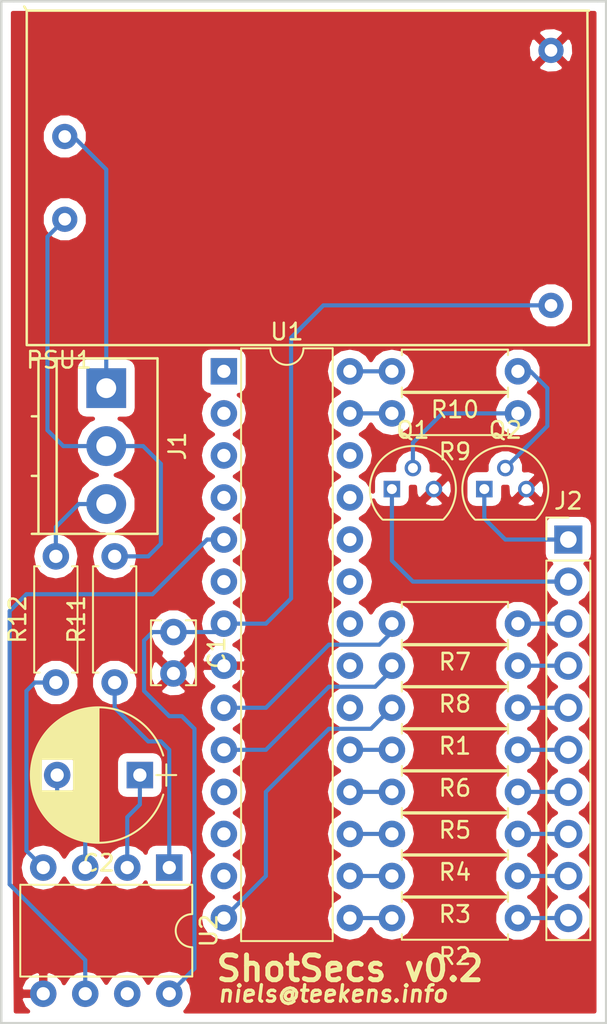
<source format=kicad_pcb>
(kicad_pcb (version 4) (host pcbnew 4.0.6)

  (general
    (links 39)
    (no_connects 0)
    (area 110.191524 55.639 149.813334 119.126001)
    (thickness 1.6)
    (drawings 8)
    (tracks 98)
    (zones 0)
    (modules 21)
    (nets 33)
  )

  (page A4)
  (layers
    (0 F.Cu signal hide)
    (31 B.Cu signal)
    (32 B.Adhes user)
    (33 F.Adhes user)
    (34 B.Paste user)
    (35 F.Paste user)
    (36 B.SilkS user hide)
    (37 F.SilkS user)
    (38 B.Mask user hide)
    (39 F.Mask user hide)
    (40 Dwgs.User user hide)
    (41 Cmts.User user hide)
    (42 Eco1.User user hide)
    (43 Eco2.User user hide)
    (44 Edge.Cuts user)
    (45 Margin user hide)
    (46 B.CrtYd user hide)
    (47 F.CrtYd user)
    (48 B.Fab user)
    (49 F.Fab user hide)
  )

  (setup
    (last_trace_width 0.25)
    (trace_clearance 0.2)
    (zone_clearance 0.508)
    (zone_45_only no)
    (trace_min 0.2)
    (segment_width 0.2)
    (edge_width 0.15)
    (via_size 0.6)
    (via_drill 0.4)
    (via_min_size 0.4)
    (via_min_drill 0.3)
    (uvia_size 0.3)
    (uvia_drill 0.1)
    (uvias_allowed no)
    (uvia_min_size 0.2)
    (uvia_min_drill 0.1)
    (pcb_text_width 0.3)
    (pcb_text_size 1.5 1.5)
    (mod_edge_width 0.15)
    (mod_text_size 1 1)
    (mod_text_width 0.15)
    (pad_size 1.524 1.524)
    (pad_drill 0.762)
    (pad_to_mask_clearance 0.2)
    (aux_axis_origin 0 0)
    (visible_elements FFFFFF5F)
    (pcbplotparams
      (layerselection 0x010fc_80000001)
      (usegerberextensions false)
      (excludeedgelayer true)
      (linewidth 0.100000)
      (plotframeref false)
      (viasonmask false)
      (mode 1)
      (useauxorigin false)
      (hpglpennumber 1)
      (hpglpenspeed 20)
      (hpglpendiameter 15)
      (hpglpenoverlay 2)
      (psnegative false)
      (psa4output false)
      (plotreference true)
      (plotvalue true)
      (plotinvisibletext false)
      (padsonsilk false)
      (subtractmaskfromsilk false)
      (outputformat 1)
      (mirror false)
      (drillshape 0)
      (scaleselection 1)
      (outputdirectory gerber/))
  )

  (net 0 "")
  (net 1 "Net-(Q1-Pad2)")
  (net 2 "Net-(Q2-Pad2)")
  (net 3 "Net-(R1-Pad2)")
  (net 4 "Net-(R2-Pad2)")
  (net 5 "Net-(R3-Pad2)")
  (net 6 "Net-(R4-Pad2)")
  (net 7 "Net-(R5-Pad2)")
  (net 8 "Net-(R6-Pad2)")
  (net 9 "Net-(R7-Pad2)")
  (net 10 "Net-(R8-Pad2)")
  (net 11 "Net-(R9-Pad2)")
  (net 12 "Net-(R10-Pad2)")
  (net 13 GND)
  (net 14 +5V)
  (net 15 pin1)
  (net 16 pin2)
  (net 17 pin3)
  (net 18 pin4)
  (net 19 pin5)
  (net 20 pin6)
  (net 21 pin7)
  (net 22 pin8)
  (net 23 pin9)
  (net 24 pin10)
  (net 25 "Net-(C2-Pad1)")
  (net 26 "Net-(C2-Pad2)")
  (net 27 230VAC_N)
  (net 28 Pomp_P)
  (net 29 "Net-(R11-Pad1)")
  (net 30 "Net-(R12-Pad1)")
  (net 31 Pump)
  (net 32 230VAC_P)

  (net_class Default "This is the default net class."
    (clearance 0.2)
    (trace_width 0.25)
    (via_dia 0.6)
    (via_drill 0.4)
    (uvia_dia 0.3)
    (uvia_drill 0.1)
    (add_net +5V)
    (add_net 230VAC_N)
    (add_net 230VAC_P)
    (add_net GND)
    (add_net "Net-(C2-Pad1)")
    (add_net "Net-(C2-Pad2)")
    (add_net "Net-(Q1-Pad2)")
    (add_net "Net-(Q2-Pad2)")
    (add_net "Net-(R1-Pad2)")
    (add_net "Net-(R10-Pad2)")
    (add_net "Net-(R11-Pad1)")
    (add_net "Net-(R12-Pad1)")
    (add_net "Net-(R2-Pad2)")
    (add_net "Net-(R3-Pad2)")
    (add_net "Net-(R4-Pad2)")
    (add_net "Net-(R5-Pad2)")
    (add_net "Net-(R6-Pad2)")
    (add_net "Net-(R7-Pad2)")
    (add_net "Net-(R8-Pad2)")
    (add_net "Net-(R9-Pad2)")
    (add_net Pomp_P)
    (add_net Pump)
    (add_net pin1)
    (add_net pin10)
    (add_net pin2)
    (add_net pin3)
    (add_net pin4)
    (add_net pin5)
    (add_net pin6)
    (add_net pin7)
    (add_net pin8)
    (add_net pin9)
  )

  (module TO_SOT_Packages_THT:TO-92_Molded_Narrow (layer F.Cu) (tedit 59B6E125) (tstamp 59B43825)
    (at 134.112 86.36)
    (descr "TO-92 leads molded, narrow, drill 0.6mm (see NXP sot054_po.pdf)")
    (tags "to-92 sc-43 sc-43a sot54 PA33 transistor")
    (path /59B406B0)
    (fp_text reference Q1 (at 1.27 -3.56) (layer F.SilkS)
      (effects (font (size 1 1) (thickness 0.15)))
    )
    (fp_text value BC547 (at 1.27 2.79 90) (layer F.Fab)
      (effects (font (size 1 1) (thickness 0.15)))
    )
    (fp_text user %R (at 1.27 -3.56) (layer F.Fab)
      (effects (font (size 1 1) (thickness 0.15)))
    )
    (fp_line (start -0.53 1.85) (end 3.07 1.85) (layer F.SilkS) (width 0.12))
    (fp_line (start -0.5 1.75) (end 3 1.75) (layer F.Fab) (width 0.1))
    (fp_line (start -1.46 -2.73) (end 4 -2.73) (layer F.CrtYd) (width 0.05))
    (fp_line (start -1.46 -2.73) (end -1.46 2.01) (layer F.CrtYd) (width 0.05))
    (fp_line (start 4 2.01) (end 4 -2.73) (layer F.CrtYd) (width 0.05))
    (fp_line (start 4 2.01) (end -1.46 2.01) (layer F.CrtYd) (width 0.05))
    (fp_arc (start 1.27 0) (end 1.27 -2.48) (angle 135) (layer F.Fab) (width 0.1))
    (fp_arc (start 1.27 0) (end 1.27 -2.6) (angle -135) (layer F.SilkS) (width 0.12))
    (fp_arc (start 1.27 0) (end 1.27 -2.48) (angle -135) (layer F.Fab) (width 0.1))
    (fp_arc (start 1.27 0) (end 1.27 -2.6) (angle 135) (layer F.SilkS) (width 0.12))
    (pad 2 thru_hole circle (at 1.27 -1.27 90) (size 1 1) (drill 0.6) (layers *.Cu *.Mask)
      (net 1 "Net-(Q1-Pad2)"))
    (pad 3 thru_hole circle (at 2.54 0 90) (size 1 1) (drill 0.6) (layers *.Cu *.Mask)
      (net 13 GND))
    (pad 1 thru_hole rect (at 0 0 90) (size 1 1) (drill 0.6) (layers *.Cu *.Mask)
      (net 16 pin2))
    (model ${KISYS3DMOD}/TO_SOT_Packages_THT.3dshapes/TO-92_Molded_Narrow.wrl
      (at (xyz 0.05 0 0))
      (scale (xyz 1 1 1))
      (rotate (xyz 0 0 -90))
    )
  )

  (module TO_SOT_Packages_THT:TO-92_Molded_Narrow (layer F.Cu) (tedit 58CE52AF) (tstamp 59B4382C)
    (at 139.7 86.36)
    (descr "TO-92 leads molded, narrow, drill 0.6mm (see NXP sot054_po.pdf)")
    (tags "to-92 sc-43 sc-43a sot54 PA33 transistor")
    (path /59B40710)
    (fp_text reference Q2 (at 1.27 -3.56) (layer F.SilkS)
      (effects (font (size 1 1) (thickness 0.15)))
    )
    (fp_text value BC547 (at 1.27 2.79) (layer F.Fab)
      (effects (font (size 1 1) (thickness 0.15)))
    )
    (fp_text user %R (at 1.27 -3.56) (layer F.Fab)
      (effects (font (size 1 1) (thickness 0.15)))
    )
    (fp_line (start -0.53 1.85) (end 3.07 1.85) (layer F.SilkS) (width 0.12))
    (fp_line (start -0.5 1.75) (end 3 1.75) (layer F.Fab) (width 0.1))
    (fp_line (start -1.46 -2.73) (end 4 -2.73) (layer F.CrtYd) (width 0.05))
    (fp_line (start -1.46 -2.73) (end -1.46 2.01) (layer F.CrtYd) (width 0.05))
    (fp_line (start 4 2.01) (end 4 -2.73) (layer F.CrtYd) (width 0.05))
    (fp_line (start 4 2.01) (end -1.46 2.01) (layer F.CrtYd) (width 0.05))
    (fp_arc (start 1.27 0) (end 1.27 -2.48) (angle 135) (layer F.Fab) (width 0.1))
    (fp_arc (start 1.27 0) (end 1.27 -2.6) (angle -135) (layer F.SilkS) (width 0.12))
    (fp_arc (start 1.27 0) (end 1.27 -2.48) (angle -135) (layer F.Fab) (width 0.1))
    (fp_arc (start 1.27 0) (end 1.27 -2.6) (angle 135) (layer F.SilkS) (width 0.12))
    (pad 2 thru_hole circle (at 1.27 -1.27 90) (size 1 1) (drill 0.6) (layers *.Cu *.Mask)
      (net 2 "Net-(Q2-Pad2)"))
    (pad 3 thru_hole circle (at 2.54 0 90) (size 1 1) (drill 0.6) (layers *.Cu *.Mask)
      (net 13 GND))
    (pad 1 thru_hole rect (at 0 0 90) (size 1 1) (drill 0.6) (layers *.Cu *.Mask)
      (net 15 pin1))
    (model ${KISYS3DMOD}/TO_SOT_Packages_THT.3dshapes/TO-92_Molded_Narrow.wrl
      (at (xyz 0.05 0 0))
      (scale (xyz 1 1 1))
      (rotate (xyz 0 0 -90))
    )
  )

  (module Resistors_THT:R_Axial_DIN0207_L6.3mm_D2.5mm_P7.62mm_Horizontal (layer F.Cu) (tedit 5874F706) (tstamp 59B43832)
    (at 141.732 99.568 180)
    (descr "Resistor, Axial_DIN0207 series, Axial, Horizontal, pin pitch=7.62mm, 0.25W = 1/4W, length*diameter=6.3*2.5mm^2, http://cdn-reichelt.de/documents/datenblatt/B400/1_4W%23YAG.pdf")
    (tags "Resistor Axial_DIN0207 series Axial Horizontal pin pitch 7.62mm 0.25W = 1/4W length 6.3mm diameter 2.5mm")
    (path /59B40732)
    (fp_text reference R1 (at 3.81 -2.31 180) (layer F.SilkS)
      (effects (font (size 1 1) (thickness 0.15)))
    )
    (fp_text value 330R (at 3.81 2.31 180) (layer F.Fab)
      (effects (font (size 1 1) (thickness 0.15)))
    )
    (fp_line (start 0.66 -1.25) (end 0.66 1.25) (layer F.Fab) (width 0.1))
    (fp_line (start 0.66 1.25) (end 6.96 1.25) (layer F.Fab) (width 0.1))
    (fp_line (start 6.96 1.25) (end 6.96 -1.25) (layer F.Fab) (width 0.1))
    (fp_line (start 6.96 -1.25) (end 0.66 -1.25) (layer F.Fab) (width 0.1))
    (fp_line (start 0 0) (end 0.66 0) (layer F.Fab) (width 0.1))
    (fp_line (start 7.62 0) (end 6.96 0) (layer F.Fab) (width 0.1))
    (fp_line (start 0.6 -0.98) (end 0.6 -1.31) (layer F.SilkS) (width 0.12))
    (fp_line (start 0.6 -1.31) (end 7.02 -1.31) (layer F.SilkS) (width 0.12))
    (fp_line (start 7.02 -1.31) (end 7.02 -0.98) (layer F.SilkS) (width 0.12))
    (fp_line (start 0.6 0.98) (end 0.6 1.31) (layer F.SilkS) (width 0.12))
    (fp_line (start 0.6 1.31) (end 7.02 1.31) (layer F.SilkS) (width 0.12))
    (fp_line (start 7.02 1.31) (end 7.02 0.98) (layer F.SilkS) (width 0.12))
    (fp_line (start -1.05 -1.6) (end -1.05 1.6) (layer F.CrtYd) (width 0.05))
    (fp_line (start -1.05 1.6) (end 8.7 1.6) (layer F.CrtYd) (width 0.05))
    (fp_line (start 8.7 1.6) (end 8.7 -1.6) (layer F.CrtYd) (width 0.05))
    (fp_line (start 8.7 -1.6) (end -1.05 -1.6) (layer F.CrtYd) (width 0.05))
    (pad 1 thru_hole circle (at 0 0 180) (size 1.6 1.6) (drill 0.8) (layers *.Cu *.Mask)
      (net 19 pin5))
    (pad 2 thru_hole oval (at 7.62 0 180) (size 1.6 1.6) (drill 0.8) (layers *.Cu *.Mask)
      (net 3 "Net-(R1-Pad2)"))
    (model ${KISYS3DMOD}/Resistors_THT.3dshapes/R_Axial_DIN0207_L6.3mm_D2.5mm_P7.62mm_Horizontal.wrl
      (at (xyz 0 0 0))
      (scale (xyz 0.393701 0.393701 0.393701))
      (rotate (xyz 0 0 0))
    )
  )

  (module Resistors_THT:R_Axial_DIN0207_L6.3mm_D2.5mm_P7.62mm_Horizontal (layer F.Cu) (tedit 5874F706) (tstamp 59B43838)
    (at 141.732 112.268 180)
    (descr "Resistor, Axial_DIN0207 series, Axial, Horizontal, pin pitch=7.62mm, 0.25W = 1/4W, length*diameter=6.3*2.5mm^2, http://cdn-reichelt.de/documents/datenblatt/B400/1_4W%23YAG.pdf")
    (tags "Resistor Axial_DIN0207 series Axial Horizontal pin pitch 7.62mm 0.25W = 1/4W length 6.3mm diameter 2.5mm")
    (path /59B40791)
    (fp_text reference R2 (at 3.81 -2.31 180) (layer F.SilkS)
      (effects (font (size 1 1) (thickness 0.15)))
    )
    (fp_text value 330R (at 3.81 2.31 180) (layer F.Fab)
      (effects (font (size 1 1) (thickness 0.15)))
    )
    (fp_line (start 0.66 -1.25) (end 0.66 1.25) (layer F.Fab) (width 0.1))
    (fp_line (start 0.66 1.25) (end 6.96 1.25) (layer F.Fab) (width 0.1))
    (fp_line (start 6.96 1.25) (end 6.96 -1.25) (layer F.Fab) (width 0.1))
    (fp_line (start 6.96 -1.25) (end 0.66 -1.25) (layer F.Fab) (width 0.1))
    (fp_line (start 0 0) (end 0.66 0) (layer F.Fab) (width 0.1))
    (fp_line (start 7.62 0) (end 6.96 0) (layer F.Fab) (width 0.1))
    (fp_line (start 0.6 -0.98) (end 0.6 -1.31) (layer F.SilkS) (width 0.12))
    (fp_line (start 0.6 -1.31) (end 7.02 -1.31) (layer F.SilkS) (width 0.12))
    (fp_line (start 7.02 -1.31) (end 7.02 -0.98) (layer F.SilkS) (width 0.12))
    (fp_line (start 0.6 0.98) (end 0.6 1.31) (layer F.SilkS) (width 0.12))
    (fp_line (start 0.6 1.31) (end 7.02 1.31) (layer F.SilkS) (width 0.12))
    (fp_line (start 7.02 1.31) (end 7.02 0.98) (layer F.SilkS) (width 0.12))
    (fp_line (start -1.05 -1.6) (end -1.05 1.6) (layer F.CrtYd) (width 0.05))
    (fp_line (start -1.05 1.6) (end 8.7 1.6) (layer F.CrtYd) (width 0.05))
    (fp_line (start 8.7 1.6) (end 8.7 -1.6) (layer F.CrtYd) (width 0.05))
    (fp_line (start 8.7 -1.6) (end -1.05 -1.6) (layer F.CrtYd) (width 0.05))
    (pad 1 thru_hole circle (at 0 0 180) (size 1.6 1.6) (drill 0.8) (layers *.Cu *.Mask)
      (net 24 pin10))
    (pad 2 thru_hole oval (at 7.62 0 180) (size 1.6 1.6) (drill 0.8) (layers *.Cu *.Mask)
      (net 4 "Net-(R2-Pad2)"))
    (model ${KISYS3DMOD}/Resistors_THT.3dshapes/R_Axial_DIN0207_L6.3mm_D2.5mm_P7.62mm_Horizontal.wrl
      (at (xyz 0 0 0))
      (scale (xyz 0.393701 0.393701 0.393701))
      (rotate (xyz 0 0 0))
    )
  )

  (module Resistors_THT:R_Axial_DIN0207_L6.3mm_D2.5mm_P7.62mm_Horizontal (layer F.Cu) (tedit 5874F706) (tstamp 59B4383E)
    (at 141.732 109.728 180)
    (descr "Resistor, Axial_DIN0207 series, Axial, Horizontal, pin pitch=7.62mm, 0.25W = 1/4W, length*diameter=6.3*2.5mm^2, http://cdn-reichelt.de/documents/datenblatt/B400/1_4W%23YAG.pdf")
    (tags "Resistor Axial_DIN0207 series Axial Horizontal pin pitch 7.62mm 0.25W = 1/4W length 6.3mm diameter 2.5mm")
    (path /59B407B8)
    (fp_text reference R3 (at 3.81 -2.31 180) (layer F.SilkS)
      (effects (font (size 1 1) (thickness 0.15)))
    )
    (fp_text value 330R (at 3.81 2.31 180) (layer F.Fab)
      (effects (font (size 1 1) (thickness 0.15)))
    )
    (fp_line (start 0.66 -1.25) (end 0.66 1.25) (layer F.Fab) (width 0.1))
    (fp_line (start 0.66 1.25) (end 6.96 1.25) (layer F.Fab) (width 0.1))
    (fp_line (start 6.96 1.25) (end 6.96 -1.25) (layer F.Fab) (width 0.1))
    (fp_line (start 6.96 -1.25) (end 0.66 -1.25) (layer F.Fab) (width 0.1))
    (fp_line (start 0 0) (end 0.66 0) (layer F.Fab) (width 0.1))
    (fp_line (start 7.62 0) (end 6.96 0) (layer F.Fab) (width 0.1))
    (fp_line (start 0.6 -0.98) (end 0.6 -1.31) (layer F.SilkS) (width 0.12))
    (fp_line (start 0.6 -1.31) (end 7.02 -1.31) (layer F.SilkS) (width 0.12))
    (fp_line (start 7.02 -1.31) (end 7.02 -0.98) (layer F.SilkS) (width 0.12))
    (fp_line (start 0.6 0.98) (end 0.6 1.31) (layer F.SilkS) (width 0.12))
    (fp_line (start 0.6 1.31) (end 7.02 1.31) (layer F.SilkS) (width 0.12))
    (fp_line (start 7.02 1.31) (end 7.02 0.98) (layer F.SilkS) (width 0.12))
    (fp_line (start -1.05 -1.6) (end -1.05 1.6) (layer F.CrtYd) (width 0.05))
    (fp_line (start -1.05 1.6) (end 8.7 1.6) (layer F.CrtYd) (width 0.05))
    (fp_line (start 8.7 1.6) (end 8.7 -1.6) (layer F.CrtYd) (width 0.05))
    (fp_line (start 8.7 -1.6) (end -1.05 -1.6) (layer F.CrtYd) (width 0.05))
    (pad 1 thru_hole circle (at 0 0 180) (size 1.6 1.6) (drill 0.8) (layers *.Cu *.Mask)
      (net 23 pin9))
    (pad 2 thru_hole oval (at 7.62 0 180) (size 1.6 1.6) (drill 0.8) (layers *.Cu *.Mask)
      (net 5 "Net-(R3-Pad2)"))
    (model ${KISYS3DMOD}/Resistors_THT.3dshapes/R_Axial_DIN0207_L6.3mm_D2.5mm_P7.62mm_Horizontal.wrl
      (at (xyz 0 0 0))
      (scale (xyz 0.393701 0.393701 0.393701))
      (rotate (xyz 0 0 0))
    )
  )

  (module Resistors_THT:R_Axial_DIN0207_L6.3mm_D2.5mm_P7.62mm_Horizontal (layer F.Cu) (tedit 5874F706) (tstamp 59B43844)
    (at 141.732 107.188 180)
    (descr "Resistor, Axial_DIN0207 series, Axial, Horizontal, pin pitch=7.62mm, 0.25W = 1/4W, length*diameter=6.3*2.5mm^2, http://cdn-reichelt.de/documents/datenblatt/B400/1_4W%23YAG.pdf")
    (tags "Resistor Axial_DIN0207 series Axial Horizontal pin pitch 7.62mm 0.25W = 1/4W length 6.3mm diameter 2.5mm")
    (path /59B407D9)
    (fp_text reference R4 (at 3.81 -2.31 180) (layer F.SilkS)
      (effects (font (size 1 1) (thickness 0.15)))
    )
    (fp_text value 330R (at 3.81 2.31 180) (layer F.Fab)
      (effects (font (size 1 1) (thickness 0.15)))
    )
    (fp_line (start 0.66 -1.25) (end 0.66 1.25) (layer F.Fab) (width 0.1))
    (fp_line (start 0.66 1.25) (end 6.96 1.25) (layer F.Fab) (width 0.1))
    (fp_line (start 6.96 1.25) (end 6.96 -1.25) (layer F.Fab) (width 0.1))
    (fp_line (start 6.96 -1.25) (end 0.66 -1.25) (layer F.Fab) (width 0.1))
    (fp_line (start 0 0) (end 0.66 0) (layer F.Fab) (width 0.1))
    (fp_line (start 7.62 0) (end 6.96 0) (layer F.Fab) (width 0.1))
    (fp_line (start 0.6 -0.98) (end 0.6 -1.31) (layer F.SilkS) (width 0.12))
    (fp_line (start 0.6 -1.31) (end 7.02 -1.31) (layer F.SilkS) (width 0.12))
    (fp_line (start 7.02 -1.31) (end 7.02 -0.98) (layer F.SilkS) (width 0.12))
    (fp_line (start 0.6 0.98) (end 0.6 1.31) (layer F.SilkS) (width 0.12))
    (fp_line (start 0.6 1.31) (end 7.02 1.31) (layer F.SilkS) (width 0.12))
    (fp_line (start 7.02 1.31) (end 7.02 0.98) (layer F.SilkS) (width 0.12))
    (fp_line (start -1.05 -1.6) (end -1.05 1.6) (layer F.CrtYd) (width 0.05))
    (fp_line (start -1.05 1.6) (end 8.7 1.6) (layer F.CrtYd) (width 0.05))
    (fp_line (start 8.7 1.6) (end 8.7 -1.6) (layer F.CrtYd) (width 0.05))
    (fp_line (start 8.7 -1.6) (end -1.05 -1.6) (layer F.CrtYd) (width 0.05))
    (pad 1 thru_hole circle (at 0 0 180) (size 1.6 1.6) (drill 0.8) (layers *.Cu *.Mask)
      (net 22 pin8))
    (pad 2 thru_hole oval (at 7.62 0 180) (size 1.6 1.6) (drill 0.8) (layers *.Cu *.Mask)
      (net 6 "Net-(R4-Pad2)"))
    (model ${KISYS3DMOD}/Resistors_THT.3dshapes/R_Axial_DIN0207_L6.3mm_D2.5mm_P7.62mm_Horizontal.wrl
      (at (xyz 0 0 0))
      (scale (xyz 0.393701 0.393701 0.393701))
      (rotate (xyz 0 0 0))
    )
  )

  (module Resistors_THT:R_Axial_DIN0207_L6.3mm_D2.5mm_P7.62mm_Horizontal (layer F.Cu) (tedit 5874F706) (tstamp 59B4384A)
    (at 141.732 104.648 180)
    (descr "Resistor, Axial_DIN0207 series, Axial, Horizontal, pin pitch=7.62mm, 0.25W = 1/4W, length*diameter=6.3*2.5mm^2, http://cdn-reichelt.de/documents/datenblatt/B400/1_4W%23YAG.pdf")
    (tags "Resistor Axial_DIN0207 series Axial Horizontal pin pitch 7.62mm 0.25W = 1/4W length 6.3mm diameter 2.5mm")
    (path /59B407FE)
    (fp_text reference R5 (at 3.81 -2.31 180) (layer F.SilkS)
      (effects (font (size 1 1) (thickness 0.15)))
    )
    (fp_text value 330R (at 3.81 2.31 180) (layer F.Fab)
      (effects (font (size 1 1) (thickness 0.15)))
    )
    (fp_line (start 0.66 -1.25) (end 0.66 1.25) (layer F.Fab) (width 0.1))
    (fp_line (start 0.66 1.25) (end 6.96 1.25) (layer F.Fab) (width 0.1))
    (fp_line (start 6.96 1.25) (end 6.96 -1.25) (layer F.Fab) (width 0.1))
    (fp_line (start 6.96 -1.25) (end 0.66 -1.25) (layer F.Fab) (width 0.1))
    (fp_line (start 0 0) (end 0.66 0) (layer F.Fab) (width 0.1))
    (fp_line (start 7.62 0) (end 6.96 0) (layer F.Fab) (width 0.1))
    (fp_line (start 0.6 -0.98) (end 0.6 -1.31) (layer F.SilkS) (width 0.12))
    (fp_line (start 0.6 -1.31) (end 7.02 -1.31) (layer F.SilkS) (width 0.12))
    (fp_line (start 7.02 -1.31) (end 7.02 -0.98) (layer F.SilkS) (width 0.12))
    (fp_line (start 0.6 0.98) (end 0.6 1.31) (layer F.SilkS) (width 0.12))
    (fp_line (start 0.6 1.31) (end 7.02 1.31) (layer F.SilkS) (width 0.12))
    (fp_line (start 7.02 1.31) (end 7.02 0.98) (layer F.SilkS) (width 0.12))
    (fp_line (start -1.05 -1.6) (end -1.05 1.6) (layer F.CrtYd) (width 0.05))
    (fp_line (start -1.05 1.6) (end 8.7 1.6) (layer F.CrtYd) (width 0.05))
    (fp_line (start 8.7 1.6) (end 8.7 -1.6) (layer F.CrtYd) (width 0.05))
    (fp_line (start 8.7 -1.6) (end -1.05 -1.6) (layer F.CrtYd) (width 0.05))
    (pad 1 thru_hole circle (at 0 0 180) (size 1.6 1.6) (drill 0.8) (layers *.Cu *.Mask)
      (net 21 pin7))
    (pad 2 thru_hole oval (at 7.62 0 180) (size 1.6 1.6) (drill 0.8) (layers *.Cu *.Mask)
      (net 7 "Net-(R5-Pad2)"))
    (model ${KISYS3DMOD}/Resistors_THT.3dshapes/R_Axial_DIN0207_L6.3mm_D2.5mm_P7.62mm_Horizontal.wrl
      (at (xyz 0 0 0))
      (scale (xyz 0.393701 0.393701 0.393701))
      (rotate (xyz 0 0 0))
    )
  )

  (module Resistors_THT:R_Axial_DIN0207_L6.3mm_D2.5mm_P7.62mm_Horizontal (layer F.Cu) (tedit 5874F706) (tstamp 59B43850)
    (at 141.732 102.108 180)
    (descr "Resistor, Axial_DIN0207 series, Axial, Horizontal, pin pitch=7.62mm, 0.25W = 1/4W, length*diameter=6.3*2.5mm^2, http://cdn-reichelt.de/documents/datenblatt/B400/1_4W%23YAG.pdf")
    (tags "Resistor Axial_DIN0207 series Axial Horizontal pin pitch 7.62mm 0.25W = 1/4W length 6.3mm diameter 2.5mm")
    (path /59B40826)
    (fp_text reference R6 (at 3.81 -2.31 180) (layer F.SilkS)
      (effects (font (size 1 1) (thickness 0.15)))
    )
    (fp_text value 330R (at 3.81 2.31 180) (layer F.Fab)
      (effects (font (size 1 1) (thickness 0.15)))
    )
    (fp_line (start 0.66 -1.25) (end 0.66 1.25) (layer F.Fab) (width 0.1))
    (fp_line (start 0.66 1.25) (end 6.96 1.25) (layer F.Fab) (width 0.1))
    (fp_line (start 6.96 1.25) (end 6.96 -1.25) (layer F.Fab) (width 0.1))
    (fp_line (start 6.96 -1.25) (end 0.66 -1.25) (layer F.Fab) (width 0.1))
    (fp_line (start 0 0) (end 0.66 0) (layer F.Fab) (width 0.1))
    (fp_line (start 7.62 0) (end 6.96 0) (layer F.Fab) (width 0.1))
    (fp_line (start 0.6 -0.98) (end 0.6 -1.31) (layer F.SilkS) (width 0.12))
    (fp_line (start 0.6 -1.31) (end 7.02 -1.31) (layer F.SilkS) (width 0.12))
    (fp_line (start 7.02 -1.31) (end 7.02 -0.98) (layer F.SilkS) (width 0.12))
    (fp_line (start 0.6 0.98) (end 0.6 1.31) (layer F.SilkS) (width 0.12))
    (fp_line (start 0.6 1.31) (end 7.02 1.31) (layer F.SilkS) (width 0.12))
    (fp_line (start 7.02 1.31) (end 7.02 0.98) (layer F.SilkS) (width 0.12))
    (fp_line (start -1.05 -1.6) (end -1.05 1.6) (layer F.CrtYd) (width 0.05))
    (fp_line (start -1.05 1.6) (end 8.7 1.6) (layer F.CrtYd) (width 0.05))
    (fp_line (start 8.7 1.6) (end 8.7 -1.6) (layer F.CrtYd) (width 0.05))
    (fp_line (start 8.7 -1.6) (end -1.05 -1.6) (layer F.CrtYd) (width 0.05))
    (pad 1 thru_hole circle (at 0 0 180) (size 1.6 1.6) (drill 0.8) (layers *.Cu *.Mask)
      (net 20 pin6))
    (pad 2 thru_hole oval (at 7.62 0 180) (size 1.6 1.6) (drill 0.8) (layers *.Cu *.Mask)
      (net 8 "Net-(R6-Pad2)"))
    (model ${KISYS3DMOD}/Resistors_THT.3dshapes/R_Axial_DIN0207_L6.3mm_D2.5mm_P7.62mm_Horizontal.wrl
      (at (xyz 0 0 0))
      (scale (xyz 0.393701 0.393701 0.393701))
      (rotate (xyz 0 0 0))
    )
  )

  (module Resistors_THT:R_Axial_DIN0207_L6.3mm_D2.5mm_P7.62mm_Horizontal (layer F.Cu) (tedit 5874F706) (tstamp 59B43856)
    (at 141.732 94.488 180)
    (descr "Resistor, Axial_DIN0207 series, Axial, Horizontal, pin pitch=7.62mm, 0.25W = 1/4W, length*diameter=6.3*2.5mm^2, http://cdn-reichelt.de/documents/datenblatt/B400/1_4W%23YAG.pdf")
    (tags "Resistor Axial_DIN0207 series Axial Horizontal pin pitch 7.62mm 0.25W = 1/4W length 6.3mm diameter 2.5mm")
    (path /59B40850)
    (fp_text reference R7 (at 3.81 -2.31 180) (layer F.SilkS)
      (effects (font (size 1 1) (thickness 0.15)))
    )
    (fp_text value 330R (at 3.81 2.31 180) (layer F.Fab)
      (effects (font (size 1 1) (thickness 0.15)))
    )
    (fp_line (start 0.66 -1.25) (end 0.66 1.25) (layer F.Fab) (width 0.1))
    (fp_line (start 0.66 1.25) (end 6.96 1.25) (layer F.Fab) (width 0.1))
    (fp_line (start 6.96 1.25) (end 6.96 -1.25) (layer F.Fab) (width 0.1))
    (fp_line (start 6.96 -1.25) (end 0.66 -1.25) (layer F.Fab) (width 0.1))
    (fp_line (start 0 0) (end 0.66 0) (layer F.Fab) (width 0.1))
    (fp_line (start 7.62 0) (end 6.96 0) (layer F.Fab) (width 0.1))
    (fp_line (start 0.6 -0.98) (end 0.6 -1.31) (layer F.SilkS) (width 0.12))
    (fp_line (start 0.6 -1.31) (end 7.02 -1.31) (layer F.SilkS) (width 0.12))
    (fp_line (start 7.02 -1.31) (end 7.02 -0.98) (layer F.SilkS) (width 0.12))
    (fp_line (start 0.6 0.98) (end 0.6 1.31) (layer F.SilkS) (width 0.12))
    (fp_line (start 0.6 1.31) (end 7.02 1.31) (layer F.SilkS) (width 0.12))
    (fp_line (start 7.02 1.31) (end 7.02 0.98) (layer F.SilkS) (width 0.12))
    (fp_line (start -1.05 -1.6) (end -1.05 1.6) (layer F.CrtYd) (width 0.05))
    (fp_line (start -1.05 1.6) (end 8.7 1.6) (layer F.CrtYd) (width 0.05))
    (fp_line (start 8.7 1.6) (end 8.7 -1.6) (layer F.CrtYd) (width 0.05))
    (fp_line (start 8.7 -1.6) (end -1.05 -1.6) (layer F.CrtYd) (width 0.05))
    (pad 1 thru_hole circle (at 0 0 180) (size 1.6 1.6) (drill 0.8) (layers *.Cu *.Mask)
      (net 17 pin3))
    (pad 2 thru_hole oval (at 7.62 0 180) (size 1.6 1.6) (drill 0.8) (layers *.Cu *.Mask)
      (net 9 "Net-(R7-Pad2)"))
    (model ${KISYS3DMOD}/Resistors_THT.3dshapes/R_Axial_DIN0207_L6.3mm_D2.5mm_P7.62mm_Horizontal.wrl
      (at (xyz 0 0 0))
      (scale (xyz 0.393701 0.393701 0.393701))
      (rotate (xyz 0 0 0))
    )
  )

  (module Resistors_THT:R_Axial_DIN0207_L6.3mm_D2.5mm_P7.62mm_Horizontal (layer F.Cu) (tedit 5874F706) (tstamp 59B4385C)
    (at 141.732 97.028 180)
    (descr "Resistor, Axial_DIN0207 series, Axial, Horizontal, pin pitch=7.62mm, 0.25W = 1/4W, length*diameter=6.3*2.5mm^2, http://cdn-reichelt.de/documents/datenblatt/B400/1_4W%23YAG.pdf")
    (tags "Resistor Axial_DIN0207 series Axial Horizontal pin pitch 7.62mm 0.25W = 1/4W length 6.3mm diameter 2.5mm")
    (path /59B4087F)
    (fp_text reference R8 (at 3.81 -2.31 180) (layer F.SilkS)
      (effects (font (size 1 1) (thickness 0.15)))
    )
    (fp_text value 330R (at 3.81 2.31 180) (layer F.Fab)
      (effects (font (size 1 1) (thickness 0.15)))
    )
    (fp_line (start 0.66 -1.25) (end 0.66 1.25) (layer F.Fab) (width 0.1))
    (fp_line (start 0.66 1.25) (end 6.96 1.25) (layer F.Fab) (width 0.1))
    (fp_line (start 6.96 1.25) (end 6.96 -1.25) (layer F.Fab) (width 0.1))
    (fp_line (start 6.96 -1.25) (end 0.66 -1.25) (layer F.Fab) (width 0.1))
    (fp_line (start 0 0) (end 0.66 0) (layer F.Fab) (width 0.1))
    (fp_line (start 7.62 0) (end 6.96 0) (layer F.Fab) (width 0.1))
    (fp_line (start 0.6 -0.98) (end 0.6 -1.31) (layer F.SilkS) (width 0.12))
    (fp_line (start 0.6 -1.31) (end 7.02 -1.31) (layer F.SilkS) (width 0.12))
    (fp_line (start 7.02 -1.31) (end 7.02 -0.98) (layer F.SilkS) (width 0.12))
    (fp_line (start 0.6 0.98) (end 0.6 1.31) (layer F.SilkS) (width 0.12))
    (fp_line (start 0.6 1.31) (end 7.02 1.31) (layer F.SilkS) (width 0.12))
    (fp_line (start 7.02 1.31) (end 7.02 0.98) (layer F.SilkS) (width 0.12))
    (fp_line (start -1.05 -1.6) (end -1.05 1.6) (layer F.CrtYd) (width 0.05))
    (fp_line (start -1.05 1.6) (end 8.7 1.6) (layer F.CrtYd) (width 0.05))
    (fp_line (start 8.7 1.6) (end 8.7 -1.6) (layer F.CrtYd) (width 0.05))
    (fp_line (start 8.7 -1.6) (end -1.05 -1.6) (layer F.CrtYd) (width 0.05))
    (pad 1 thru_hole circle (at 0 0 180) (size 1.6 1.6) (drill 0.8) (layers *.Cu *.Mask)
      (net 18 pin4))
    (pad 2 thru_hole oval (at 7.62 0 180) (size 1.6 1.6) (drill 0.8) (layers *.Cu *.Mask)
      (net 10 "Net-(R8-Pad2)"))
    (model ${KISYS3DMOD}/Resistors_THT.3dshapes/R_Axial_DIN0207_L6.3mm_D2.5mm_P7.62mm_Horizontal.wrl
      (at (xyz 0 0 0))
      (scale (xyz 0.393701 0.393701 0.393701))
      (rotate (xyz 0 0 0))
    )
  )

  (module Resistors_THT:R_Axial_DIN0207_L6.3mm_D2.5mm_P7.62mm_Horizontal (layer F.Cu) (tedit 5874F706) (tstamp 59B43862)
    (at 141.732 81.788 180)
    (descr "Resistor, Axial_DIN0207 series, Axial, Horizontal, pin pitch=7.62mm, 0.25W = 1/4W, length*diameter=6.3*2.5mm^2, http://cdn-reichelt.de/documents/datenblatt/B400/1_4W%23YAG.pdf")
    (tags "Resistor Axial_DIN0207 series Axial Horizontal pin pitch 7.62mm 0.25W = 1/4W length 6.3mm diameter 2.5mm")
    (path /59B408B0)
    (fp_text reference R9 (at 3.81 -2.31 180) (layer F.SilkS)
      (effects (font (size 1 1) (thickness 0.15)))
    )
    (fp_text value 1K (at 3.81 2.31 180) (layer F.Fab)
      (effects (font (size 1 1) (thickness 0.15)))
    )
    (fp_line (start 0.66 -1.25) (end 0.66 1.25) (layer F.Fab) (width 0.1))
    (fp_line (start 0.66 1.25) (end 6.96 1.25) (layer F.Fab) (width 0.1))
    (fp_line (start 6.96 1.25) (end 6.96 -1.25) (layer F.Fab) (width 0.1))
    (fp_line (start 6.96 -1.25) (end 0.66 -1.25) (layer F.Fab) (width 0.1))
    (fp_line (start 0 0) (end 0.66 0) (layer F.Fab) (width 0.1))
    (fp_line (start 7.62 0) (end 6.96 0) (layer F.Fab) (width 0.1))
    (fp_line (start 0.6 -0.98) (end 0.6 -1.31) (layer F.SilkS) (width 0.12))
    (fp_line (start 0.6 -1.31) (end 7.02 -1.31) (layer F.SilkS) (width 0.12))
    (fp_line (start 7.02 -1.31) (end 7.02 -0.98) (layer F.SilkS) (width 0.12))
    (fp_line (start 0.6 0.98) (end 0.6 1.31) (layer F.SilkS) (width 0.12))
    (fp_line (start 0.6 1.31) (end 7.02 1.31) (layer F.SilkS) (width 0.12))
    (fp_line (start 7.02 1.31) (end 7.02 0.98) (layer F.SilkS) (width 0.12))
    (fp_line (start -1.05 -1.6) (end -1.05 1.6) (layer F.CrtYd) (width 0.05))
    (fp_line (start -1.05 1.6) (end 8.7 1.6) (layer F.CrtYd) (width 0.05))
    (fp_line (start 8.7 1.6) (end 8.7 -1.6) (layer F.CrtYd) (width 0.05))
    (fp_line (start 8.7 -1.6) (end -1.05 -1.6) (layer F.CrtYd) (width 0.05))
    (pad 1 thru_hole circle (at 0 0 180) (size 1.6 1.6) (drill 0.8) (layers *.Cu *.Mask)
      (net 1 "Net-(Q1-Pad2)"))
    (pad 2 thru_hole oval (at 7.62 0 180) (size 1.6 1.6) (drill 0.8) (layers *.Cu *.Mask)
      (net 11 "Net-(R9-Pad2)"))
    (model ${KISYS3DMOD}/Resistors_THT.3dshapes/R_Axial_DIN0207_L6.3mm_D2.5mm_P7.62mm_Horizontal.wrl
      (at (xyz 0 0 0))
      (scale (xyz 0.393701 0.393701 0.393701))
      (rotate (xyz 0 0 0))
    )
  )

  (module Resistors_THT:R_Axial_DIN0207_L6.3mm_D2.5mm_P7.62mm_Horizontal (layer F.Cu) (tedit 5874F706) (tstamp 59B43868)
    (at 141.732 79.248 180)
    (descr "Resistor, Axial_DIN0207 series, Axial, Horizontal, pin pitch=7.62mm, 0.25W = 1/4W, length*diameter=6.3*2.5mm^2, http://cdn-reichelt.de/documents/datenblatt/B400/1_4W%23YAG.pdf")
    (tags "Resistor Axial_DIN0207 series Axial Horizontal pin pitch 7.62mm 0.25W = 1/4W length 6.3mm diameter 2.5mm")
    (path /59B408EC)
    (fp_text reference R10 (at 3.81 -2.31 180) (layer F.SilkS)
      (effects (font (size 1 1) (thickness 0.15)))
    )
    (fp_text value 1K (at 3.81 2.31 180) (layer F.Fab)
      (effects (font (size 1 1) (thickness 0.15)))
    )
    (fp_line (start 0.66 -1.25) (end 0.66 1.25) (layer F.Fab) (width 0.1))
    (fp_line (start 0.66 1.25) (end 6.96 1.25) (layer F.Fab) (width 0.1))
    (fp_line (start 6.96 1.25) (end 6.96 -1.25) (layer F.Fab) (width 0.1))
    (fp_line (start 6.96 -1.25) (end 0.66 -1.25) (layer F.Fab) (width 0.1))
    (fp_line (start 0 0) (end 0.66 0) (layer F.Fab) (width 0.1))
    (fp_line (start 7.62 0) (end 6.96 0) (layer F.Fab) (width 0.1))
    (fp_line (start 0.6 -0.98) (end 0.6 -1.31) (layer F.SilkS) (width 0.12))
    (fp_line (start 0.6 -1.31) (end 7.02 -1.31) (layer F.SilkS) (width 0.12))
    (fp_line (start 7.02 -1.31) (end 7.02 -0.98) (layer F.SilkS) (width 0.12))
    (fp_line (start 0.6 0.98) (end 0.6 1.31) (layer F.SilkS) (width 0.12))
    (fp_line (start 0.6 1.31) (end 7.02 1.31) (layer F.SilkS) (width 0.12))
    (fp_line (start 7.02 1.31) (end 7.02 0.98) (layer F.SilkS) (width 0.12))
    (fp_line (start -1.05 -1.6) (end -1.05 1.6) (layer F.CrtYd) (width 0.05))
    (fp_line (start -1.05 1.6) (end 8.7 1.6) (layer F.CrtYd) (width 0.05))
    (fp_line (start 8.7 1.6) (end 8.7 -1.6) (layer F.CrtYd) (width 0.05))
    (fp_line (start 8.7 -1.6) (end -1.05 -1.6) (layer F.CrtYd) (width 0.05))
    (pad 1 thru_hole circle (at 0 0 180) (size 1.6 1.6) (drill 0.8) (layers *.Cu *.Mask)
      (net 2 "Net-(Q2-Pad2)"))
    (pad 2 thru_hole oval (at 7.62 0 180) (size 1.6 1.6) (drill 0.8) (layers *.Cu *.Mask)
      (net 12 "Net-(R10-Pad2)"))
    (model ${KISYS3DMOD}/Resistors_THT.3dshapes/R_Axial_DIN0207_L6.3mm_D2.5mm_P7.62mm_Horizontal.wrl
      (at (xyz 0 0 0))
      (scale (xyz 0.393701 0.393701 0.393701))
      (rotate (xyz 0 0 0))
    )
  )

  (module Housings_DIP:DIP-28_W7.62mm (layer F.Cu) (tedit 58CC8E2F) (tstamp 59B43888)
    (at 123.952 79.248)
    (descr "28-lead dip package, row spacing 7.62 mm (300 mils)")
    (tags "DIL DIP PDIP 2.54mm 7.62mm 300mil")
    (path /59B40922)
    (fp_text reference U1 (at 3.81 -2.39) (layer F.SilkS)
      (effects (font (size 1 1) (thickness 0.15)))
    )
    (fp_text value ATMEGA328P-PU (at 3.81 35.41) (layer F.Fab)
      (effects (font (size 1 1) (thickness 0.15)))
    )
    (fp_text user %R (at 3.81 16.51) (layer F.Fab)
      (effects (font (size 1 1) (thickness 0.15)))
    )
    (fp_line (start 1.635 -1.27) (end 6.985 -1.27) (layer F.Fab) (width 0.1))
    (fp_line (start 6.985 -1.27) (end 6.985 34.29) (layer F.Fab) (width 0.1))
    (fp_line (start 6.985 34.29) (end 0.635 34.29) (layer F.Fab) (width 0.1))
    (fp_line (start 0.635 34.29) (end 0.635 -0.27) (layer F.Fab) (width 0.1))
    (fp_line (start 0.635 -0.27) (end 1.635 -1.27) (layer F.Fab) (width 0.1))
    (fp_line (start 2.81 -1.39) (end 1.04 -1.39) (layer F.SilkS) (width 0.12))
    (fp_line (start 1.04 -1.39) (end 1.04 34.41) (layer F.SilkS) (width 0.12))
    (fp_line (start 1.04 34.41) (end 6.58 34.41) (layer F.SilkS) (width 0.12))
    (fp_line (start 6.58 34.41) (end 6.58 -1.39) (layer F.SilkS) (width 0.12))
    (fp_line (start 6.58 -1.39) (end 4.81 -1.39) (layer F.SilkS) (width 0.12))
    (fp_line (start -1.1 -1.6) (end -1.1 34.6) (layer F.CrtYd) (width 0.05))
    (fp_line (start -1.1 34.6) (end 8.7 34.6) (layer F.CrtYd) (width 0.05))
    (fp_line (start 8.7 34.6) (end 8.7 -1.6) (layer F.CrtYd) (width 0.05))
    (fp_line (start 8.7 -1.6) (end -1.1 -1.6) (layer F.CrtYd) (width 0.05))
    (fp_arc (start 3.81 -1.39) (end 2.81 -1.39) (angle -180) (layer F.SilkS) (width 0.12))
    (pad 1 thru_hole rect (at 0 0) (size 1.6 1.6) (drill 0.8) (layers *.Cu *.Mask))
    (pad 15 thru_hole oval (at 7.62 33.02) (size 1.6 1.6) (drill 0.8) (layers *.Cu *.Mask)
      (net 4 "Net-(R2-Pad2)"))
    (pad 2 thru_hole oval (at 0 2.54) (size 1.6 1.6) (drill 0.8) (layers *.Cu *.Mask))
    (pad 16 thru_hole oval (at 7.62 30.48) (size 1.6 1.6) (drill 0.8) (layers *.Cu *.Mask)
      (net 5 "Net-(R3-Pad2)"))
    (pad 3 thru_hole oval (at 0 5.08) (size 1.6 1.6) (drill 0.8) (layers *.Cu *.Mask))
    (pad 17 thru_hole oval (at 7.62 27.94) (size 1.6 1.6) (drill 0.8) (layers *.Cu *.Mask)
      (net 6 "Net-(R4-Pad2)"))
    (pad 4 thru_hole oval (at 0 7.62) (size 1.6 1.6) (drill 0.8) (layers *.Cu *.Mask))
    (pad 18 thru_hole oval (at 7.62 25.4) (size 1.6 1.6) (drill 0.8) (layers *.Cu *.Mask)
      (net 7 "Net-(R5-Pad2)"))
    (pad 5 thru_hole oval (at 0 10.16) (size 1.6 1.6) (drill 0.8) (layers *.Cu *.Mask)
      (net 31 Pump))
    (pad 19 thru_hole oval (at 7.62 22.86) (size 1.6 1.6) (drill 0.8) (layers *.Cu *.Mask)
      (net 8 "Net-(R6-Pad2)"))
    (pad 6 thru_hole oval (at 0 12.7) (size 1.6 1.6) (drill 0.8) (layers *.Cu *.Mask))
    (pad 20 thru_hole oval (at 7.62 20.32) (size 1.6 1.6) (drill 0.8) (layers *.Cu *.Mask))
    (pad 7 thru_hole oval (at 0 15.24) (size 1.6 1.6) (drill 0.8) (layers *.Cu *.Mask)
      (net 14 +5V))
    (pad 21 thru_hole oval (at 7.62 17.78) (size 1.6 1.6) (drill 0.8) (layers *.Cu *.Mask))
    (pad 8 thru_hole oval (at 0 17.78) (size 1.6 1.6) (drill 0.8) (layers *.Cu *.Mask)
      (net 13 GND))
    (pad 22 thru_hole oval (at 7.62 15.24) (size 1.6 1.6) (drill 0.8) (layers *.Cu *.Mask))
    (pad 9 thru_hole oval (at 0 20.32) (size 1.6 1.6) (drill 0.8) (layers *.Cu *.Mask)
      (net 9 "Net-(R7-Pad2)"))
    (pad 23 thru_hole oval (at 7.62 12.7) (size 1.6 1.6) (drill 0.8) (layers *.Cu *.Mask))
    (pad 10 thru_hole oval (at 0 22.86) (size 1.6 1.6) (drill 0.8) (layers *.Cu *.Mask)
      (net 10 "Net-(R8-Pad2)"))
    (pad 24 thru_hole oval (at 7.62 10.16) (size 1.6 1.6) (drill 0.8) (layers *.Cu *.Mask))
    (pad 11 thru_hole oval (at 0 25.4) (size 1.6 1.6) (drill 0.8) (layers *.Cu *.Mask))
    (pad 25 thru_hole oval (at 7.62 7.62) (size 1.6 1.6) (drill 0.8) (layers *.Cu *.Mask))
    (pad 12 thru_hole oval (at 0 27.94) (size 1.6 1.6) (drill 0.8) (layers *.Cu *.Mask))
    (pad 26 thru_hole oval (at 7.62 5.08) (size 1.6 1.6) (drill 0.8) (layers *.Cu *.Mask))
    (pad 13 thru_hole oval (at 0 30.48) (size 1.6 1.6) (drill 0.8) (layers *.Cu *.Mask))
    (pad 27 thru_hole oval (at 7.62 2.54) (size 1.6 1.6) (drill 0.8) (layers *.Cu *.Mask)
      (net 11 "Net-(R9-Pad2)"))
    (pad 14 thru_hole oval (at 0 33.02) (size 1.6 1.6) (drill 0.8) (layers *.Cu *.Mask)
      (net 3 "Net-(R1-Pad2)"))
    (pad 28 thru_hole oval (at 7.62 0) (size 1.6 1.6) (drill 0.8) (layers *.Cu *.Mask)
      (net 12 "Net-(R10-Pad2)"))
    (model ${KISYS3DMOD}/Housings_DIP.3dshapes/DIP-28_W7.62mm.wrl
      (at (xyz 0 0 0))
      (scale (xyz 1 1 1))
      (rotate (xyz 0 0 0))
    )
  )

  (module Capacitors_THT:C_Disc_D3.8mm_W2.6mm_P2.50mm (layer F.Cu) (tedit 597BC7C2) (tstamp 59B4D5AC)
    (at 120.904 94.996 270)
    (descr "C, Disc series, Radial, pin pitch=2.50mm, , diameter*width=3.8*2.6mm^2, Capacitor, http://www.vishay.com/docs/45233/krseries.pdf")
    (tags "C Disc series Radial pin pitch 2.50mm  diameter 3.8mm width 2.6mm Capacitor")
    (path /59B4D419)
    (fp_text reference C1 (at 1.25 -2.61 270) (layer F.SilkS)
      (effects (font (size 1 1) (thickness 0.15)))
    )
    (fp_text value C (at 1.25 2.61 270) (layer F.Fab)
      (effects (font (size 1 1) (thickness 0.15)))
    )
    (fp_line (start -0.65 -1.3) (end -0.65 1.3) (layer F.Fab) (width 0.1))
    (fp_line (start -0.65 1.3) (end 3.15 1.3) (layer F.Fab) (width 0.1))
    (fp_line (start 3.15 1.3) (end 3.15 -1.3) (layer F.Fab) (width 0.1))
    (fp_line (start 3.15 -1.3) (end -0.65 -1.3) (layer F.Fab) (width 0.1))
    (fp_line (start -0.71 -1.36) (end 3.21 -1.36) (layer F.SilkS) (width 0.12))
    (fp_line (start -0.71 1.36) (end 3.21 1.36) (layer F.SilkS) (width 0.12))
    (fp_line (start -0.71 -1.36) (end -0.71 -0.75) (layer F.SilkS) (width 0.12))
    (fp_line (start -0.71 0.75) (end -0.71 1.36) (layer F.SilkS) (width 0.12))
    (fp_line (start 3.21 -1.36) (end 3.21 -0.75) (layer F.SilkS) (width 0.12))
    (fp_line (start 3.21 0.75) (end 3.21 1.36) (layer F.SilkS) (width 0.12))
    (fp_line (start -1.05 -1.65) (end -1.05 1.65) (layer F.CrtYd) (width 0.05))
    (fp_line (start -1.05 1.65) (end 3.55 1.65) (layer F.CrtYd) (width 0.05))
    (fp_line (start 3.55 1.65) (end 3.55 -1.65) (layer F.CrtYd) (width 0.05))
    (fp_line (start 3.55 -1.65) (end -1.05 -1.65) (layer F.CrtYd) (width 0.05))
    (fp_text user %R (at 1.25 0 270) (layer F.Fab)
      (effects (font (size 1 1) (thickness 0.15)))
    )
    (pad 1 thru_hole circle (at 0 0 270) (size 1.6 1.6) (drill 0.8) (layers *.Cu *.Mask)
      (net 14 +5V))
    (pad 2 thru_hole circle (at 2.5 0 270) (size 1.6 1.6) (drill 0.8) (layers *.Cu *.Mask)
      (net 13 GND))
    (model ${KISYS3DMOD}/Capacitors_THT.3dshapes/C_Disc_D3.8mm_W2.6mm_P2.50mm.wrl
      (at (xyz 0 0 0))
      (scale (xyz 1 1 1))
      (rotate (xyz 0 0 0))
    )
  )

  (module Connectors_Terminal_Blocks:TerminalBlock_Pheonix_PT-3.5mm_3pol (layer F.Cu) (tedit 59BBF167) (tstamp 59BBD7C2)
    (at 116.84 80.264 270)
    (descr "3-way 3.5mm pitch terminal block, Phoenix PT series")
    (path /59BBD54E)
    (fp_text reference J1 (at 3.5 -4.3 270) (layer F.SilkS)
      (effects (font (size 1 1) (thickness 0.15)))
    )
    (fp_text value Screw_Terminal_1x03 (at 3.81 -3.81 270) (layer F.Fab)
      (effects (font (size 1 1) (thickness 0.15)))
    )
    (fp_line (start -2 -3.3) (end 9 -3.3) (layer F.CrtYd) (width 0.05))
    (fp_line (start -2 4.7) (end -2 -3.3) (layer F.CrtYd) (width 0.05))
    (fp_line (start 9 4.7) (end -2 4.7) (layer F.CrtYd) (width 0.05))
    (fp_line (start 9 -3.3) (end 9 4.7) (layer F.CrtYd) (width 0.05))
    (fp_line (start 1.7 4.1) (end 1.7 4.5) (layer F.SilkS) (width 0.15))
    (fp_line (start 5.3 4.1) (end 5.3 4.5) (layer F.SilkS) (width 0.15))
    (fp_line (start -1.8 3) (end 8.8 3) (layer F.SilkS) (width 0.15))
    (fp_line (start -1.8 4.1) (end 8.8 4.1) (layer F.SilkS) (width 0.15))
    (fp_line (start -1.8 -3.1) (end -1.8 4.5) (layer F.SilkS) (width 0.15))
    (fp_line (start 8.8 4.5) (end 8.8 -3.1) (layer F.SilkS) (width 0.15))
    (fp_line (start 8.8 -3.1) (end -1.8 -3.1) (layer F.SilkS) (width 0.15))
    (pad 2 thru_hole circle (at 3.5 0 270) (size 2.4 2.4) (drill 1.2) (layers *.Cu *.Mask)
      (net 27 230VAC_N))
    (pad 3 thru_hole circle (at 7 0 270) (size 2.4 2.4) (drill 1.2) (layers *.Cu *.Mask)
      (net 28 Pomp_P))
    (pad 1 thru_hole rect (at 0 0 270) (size 2.4 2.4) (drill 1.2) (layers *.Cu *.Mask)
      (net 32 230VAC_P))
    (model Terminal_Blocks.3dshapes/TerminalBlock_Pheonix_PT-3.5mm_3pol.wrl
      (at (xyz 0 0 0))
      (scale (xyz 1 1 1))
      (rotate (xyz 0 0 0))
    )
  )

  (module Resistors_THT:R_Axial_DIN0207_L6.3mm_D2.5mm_P7.62mm_Horizontal (layer F.Cu) (tedit 5874F706) (tstamp 59BBD7CD)
    (at 117.348 98.044 90)
    (descr "Resistor, Axial_DIN0207 series, Axial, Horizontal, pin pitch=7.62mm, 0.25W = 1/4W, length*diameter=6.3*2.5mm^2, http://cdn-reichelt.de/documents/datenblatt/B400/1_4W%23YAG.pdf")
    (tags "Resistor Axial_DIN0207 series Axial Horizontal pin pitch 7.62mm 0.25W = 1/4W length 6.3mm diameter 2.5mm")
    (path /59BBBCFF)
    (fp_text reference R11 (at 3.81 -2.31 90) (layer F.SilkS)
      (effects (font (size 1 1) (thickness 0.15)))
    )
    (fp_text value R (at 3.81 2.31 90) (layer F.Fab)
      (effects (font (size 1 1) (thickness 0.15)))
    )
    (fp_line (start 0.66 -1.25) (end 0.66 1.25) (layer F.Fab) (width 0.1))
    (fp_line (start 0.66 1.25) (end 6.96 1.25) (layer F.Fab) (width 0.1))
    (fp_line (start 6.96 1.25) (end 6.96 -1.25) (layer F.Fab) (width 0.1))
    (fp_line (start 6.96 -1.25) (end 0.66 -1.25) (layer F.Fab) (width 0.1))
    (fp_line (start 0 0) (end 0.66 0) (layer F.Fab) (width 0.1))
    (fp_line (start 7.62 0) (end 6.96 0) (layer F.Fab) (width 0.1))
    (fp_line (start 0.6 -0.98) (end 0.6 -1.31) (layer F.SilkS) (width 0.12))
    (fp_line (start 0.6 -1.31) (end 7.02 -1.31) (layer F.SilkS) (width 0.12))
    (fp_line (start 7.02 -1.31) (end 7.02 -0.98) (layer F.SilkS) (width 0.12))
    (fp_line (start 0.6 0.98) (end 0.6 1.31) (layer F.SilkS) (width 0.12))
    (fp_line (start 0.6 1.31) (end 7.02 1.31) (layer F.SilkS) (width 0.12))
    (fp_line (start 7.02 1.31) (end 7.02 0.98) (layer F.SilkS) (width 0.12))
    (fp_line (start -1.05 -1.6) (end -1.05 1.6) (layer F.CrtYd) (width 0.05))
    (fp_line (start -1.05 1.6) (end 8.7 1.6) (layer F.CrtYd) (width 0.05))
    (fp_line (start 8.7 1.6) (end 8.7 -1.6) (layer F.CrtYd) (width 0.05))
    (fp_line (start 8.7 -1.6) (end -1.05 -1.6) (layer F.CrtYd) (width 0.05))
    (pad 1 thru_hole circle (at 0 0 90) (size 1.6 1.6) (drill 0.8) (layers *.Cu *.Mask)
      (net 29 "Net-(R11-Pad1)"))
    (pad 2 thru_hole oval (at 7.62 0 90) (size 1.6 1.6) (drill 0.8) (layers *.Cu *.Mask)
      (net 27 230VAC_N))
    (model ${KISYS3DMOD}/Resistors_THT.3dshapes/R_Axial_DIN0207_L6.3mm_D2.5mm_P7.62mm_Horizontal.wrl
      (at (xyz 0 0 0))
      (scale (xyz 0.393701 0.393701 0.393701))
      (rotate (xyz 0 0 0))
    )
  )

  (module Resistors_THT:R_Axial_DIN0207_L6.3mm_D2.5mm_P7.62mm_Horizontal (layer F.Cu) (tedit 5874F706) (tstamp 59BBD7D3)
    (at 113.792 98.044 90)
    (descr "Resistor, Axial_DIN0207 series, Axial, Horizontal, pin pitch=7.62mm, 0.25W = 1/4W, length*diameter=6.3*2.5mm^2, http://cdn-reichelt.de/documents/datenblatt/B400/1_4W%23YAG.pdf")
    (tags "Resistor Axial_DIN0207 series Axial Horizontal pin pitch 7.62mm 0.25W = 1/4W length 6.3mm diameter 2.5mm")
    (path /59BBBC25)
    (fp_text reference R12 (at 3.81 -2.31 90) (layer F.SilkS)
      (effects (font (size 1 1) (thickness 0.15)))
    )
    (fp_text value R (at 3.81 2.31 90) (layer F.Fab)
      (effects (font (size 1 1) (thickness 0.15)))
    )
    (fp_line (start 0.66 -1.25) (end 0.66 1.25) (layer F.Fab) (width 0.1))
    (fp_line (start 0.66 1.25) (end 6.96 1.25) (layer F.Fab) (width 0.1))
    (fp_line (start 6.96 1.25) (end 6.96 -1.25) (layer F.Fab) (width 0.1))
    (fp_line (start 6.96 -1.25) (end 0.66 -1.25) (layer F.Fab) (width 0.1))
    (fp_line (start 0 0) (end 0.66 0) (layer F.Fab) (width 0.1))
    (fp_line (start 7.62 0) (end 6.96 0) (layer F.Fab) (width 0.1))
    (fp_line (start 0.6 -0.98) (end 0.6 -1.31) (layer F.SilkS) (width 0.12))
    (fp_line (start 0.6 -1.31) (end 7.02 -1.31) (layer F.SilkS) (width 0.12))
    (fp_line (start 7.02 -1.31) (end 7.02 -0.98) (layer F.SilkS) (width 0.12))
    (fp_line (start 0.6 0.98) (end 0.6 1.31) (layer F.SilkS) (width 0.12))
    (fp_line (start 0.6 1.31) (end 7.02 1.31) (layer F.SilkS) (width 0.12))
    (fp_line (start 7.02 1.31) (end 7.02 0.98) (layer F.SilkS) (width 0.12))
    (fp_line (start -1.05 -1.6) (end -1.05 1.6) (layer F.CrtYd) (width 0.05))
    (fp_line (start -1.05 1.6) (end 8.7 1.6) (layer F.CrtYd) (width 0.05))
    (fp_line (start 8.7 1.6) (end 8.7 -1.6) (layer F.CrtYd) (width 0.05))
    (fp_line (start 8.7 -1.6) (end -1.05 -1.6) (layer F.CrtYd) (width 0.05))
    (pad 1 thru_hole circle (at 0 0 90) (size 1.6 1.6) (drill 0.8) (layers *.Cu *.Mask)
      (net 30 "Net-(R12-Pad1)"))
    (pad 2 thru_hole oval (at 7.62 0 90) (size 1.6 1.6) (drill 0.8) (layers *.Cu *.Mask)
      (net 28 Pomp_P))
    (model ${KISYS3DMOD}/Resistors_THT.3dshapes/R_Axial_DIN0207_L6.3mm_D2.5mm_P7.62mm_Horizontal.wrl
      (at (xyz 0 0 0))
      (scale (xyz 0.393701 0.393701 0.393701))
      (rotate (xyz 0 0 0))
    )
  )

  (module Housings_DIP:DIP-8_W7.62mm (layer F.Cu) (tedit 59BBF17F) (tstamp 59BBD7DF)
    (at 120.65 109.22 270)
    (descr "8-lead dip package, row spacing 7.62 mm (300 mils)")
    (tags "DIL DIP PDIP 2.54mm 7.62mm 300mil")
    (path /59BBC7AD)
    (fp_text reference U2 (at 3.81 -2.39 270) (layer F.SilkS)
      (effects (font (size 1 1) (thickness 0.15)))
    )
    (fp_text value HCPL3700 (at 5.08 3.81 360) (layer F.Fab)
      (effects (font (size 1 1) (thickness 0.15)))
    )
    (fp_text user %R (at 3.81 3.81 270) (layer F.Fab)
      (effects (font (size 1 1) (thickness 0.15)))
    )
    (fp_line (start 1.635 -1.27) (end 6.985 -1.27) (layer F.Fab) (width 0.1))
    (fp_line (start 6.985 -1.27) (end 6.985 8.89) (layer F.Fab) (width 0.1))
    (fp_line (start 6.985 8.89) (end 0.635 8.89) (layer F.Fab) (width 0.1))
    (fp_line (start 0.635 8.89) (end 0.635 -0.27) (layer F.Fab) (width 0.1))
    (fp_line (start 0.635 -0.27) (end 1.635 -1.27) (layer F.Fab) (width 0.1))
    (fp_line (start 2.81 -1.39) (end 1.04 -1.39) (layer F.SilkS) (width 0.12))
    (fp_line (start 1.04 -1.39) (end 1.04 9.01) (layer F.SilkS) (width 0.12))
    (fp_line (start 1.04 9.01) (end 6.58 9.01) (layer F.SilkS) (width 0.12))
    (fp_line (start 6.58 9.01) (end 6.58 -1.39) (layer F.SilkS) (width 0.12))
    (fp_line (start 6.58 -1.39) (end 4.81 -1.39) (layer F.SilkS) (width 0.12))
    (fp_line (start -1.1 -1.6) (end -1.1 9.2) (layer F.CrtYd) (width 0.05))
    (fp_line (start -1.1 9.2) (end 8.7 9.2) (layer F.CrtYd) (width 0.05))
    (fp_line (start 8.7 9.2) (end 8.7 -1.6) (layer F.CrtYd) (width 0.05))
    (fp_line (start 8.7 -1.6) (end -1.1 -1.6) (layer F.CrtYd) (width 0.05))
    (fp_arc (start 3.81 -1.39) (end 2.81 -1.39) (angle -180) (layer F.SilkS) (width 0.12))
    (pad 1 thru_hole rect (at 0 0 270) (size 1.6 1.6) (drill 0.8) (layers *.Cu *.Mask)
      (net 29 "Net-(R11-Pad1)"))
    (pad 5 thru_hole oval (at 7.62 7.62 270) (size 1.6 1.6) (drill 0.8) (layers *.Cu *.Mask)
      (net 13 GND))
    (pad 2 thru_hole oval (at 0 2.54 270) (size 1.6 1.6) (drill 0.8) (layers *.Cu *.Mask)
      (net 25 "Net-(C2-Pad1)"))
    (pad 6 thru_hole oval (at 7.62 5.08 270) (size 1.6 1.6) (drill 0.8) (layers *.Cu *.Mask)
      (net 31 Pump))
    (pad 3 thru_hole oval (at 0 5.08 270) (size 1.6 1.6) (drill 0.8) (layers *.Cu *.Mask)
      (net 26 "Net-(C2-Pad2)"))
    (pad 7 thru_hole oval (at 7.62 2.54 270) (size 1.6 1.6) (drill 0.8) (layers *.Cu *.Mask))
    (pad 4 thru_hole oval (at 0 7.62 270) (size 1.6 1.6) (drill 0.8) (layers *.Cu *.Mask)
      (net 30 "Net-(R12-Pad1)"))
    (pad 8 thru_hole oval (at 7.62 0 270) (size 1.6 1.6) (drill 0.8) (layers *.Cu *.Mask)
      (net 14 +5V))
    (model ${KISYS3DMOD}/Housings_DIP.3dshapes/DIP-8_W7.62mm.wrl
      (at (xyz 0 0 0))
      (scale (xyz 1 1 1))
      (rotate (xyz 0 0 0))
    )
  )

  (module Pin_Headers:Pin_Header_Straight_1x10_Pitch2.54mm (layer F.Cu) (tedit 59650532) (tstamp 59BBF179)
    (at 144.78 89.408)
    (descr "Through hole straight pin header, 1x10, 2.54mm pitch, single row")
    (tags "Through hole pin header THT 1x10 2.54mm single row")
    (path /59B4D506)
    (fp_text reference J2 (at 0 -2.33) (layer F.SilkS)
      (effects (font (size 1 1) (thickness 0.15)))
    )
    (fp_text value CONN_01X10 (at 0 25.19) (layer F.Fab)
      (effects (font (size 1 1) (thickness 0.15)))
    )
    (fp_line (start -0.635 -1.27) (end 1.27 -1.27) (layer F.Fab) (width 0.1))
    (fp_line (start 1.27 -1.27) (end 1.27 24.13) (layer F.Fab) (width 0.1))
    (fp_line (start 1.27 24.13) (end -1.27 24.13) (layer F.Fab) (width 0.1))
    (fp_line (start -1.27 24.13) (end -1.27 -0.635) (layer F.Fab) (width 0.1))
    (fp_line (start -1.27 -0.635) (end -0.635 -1.27) (layer F.Fab) (width 0.1))
    (fp_line (start -1.33 24.19) (end 1.33 24.19) (layer F.SilkS) (width 0.12))
    (fp_line (start -1.33 1.27) (end -1.33 24.19) (layer F.SilkS) (width 0.12))
    (fp_line (start 1.33 1.27) (end 1.33 24.19) (layer F.SilkS) (width 0.12))
    (fp_line (start -1.33 1.27) (end 1.33 1.27) (layer F.SilkS) (width 0.12))
    (fp_line (start -1.33 0) (end -1.33 -1.33) (layer F.SilkS) (width 0.12))
    (fp_line (start -1.33 -1.33) (end 0 -1.33) (layer F.SilkS) (width 0.12))
    (fp_line (start -1.8 -1.8) (end -1.8 24.65) (layer F.CrtYd) (width 0.05))
    (fp_line (start -1.8 24.65) (end 1.8 24.65) (layer F.CrtYd) (width 0.05))
    (fp_line (start 1.8 24.65) (end 1.8 -1.8) (layer F.CrtYd) (width 0.05))
    (fp_line (start 1.8 -1.8) (end -1.8 -1.8) (layer F.CrtYd) (width 0.05))
    (fp_text user %R (at 0 11.43 90) (layer F.Fab)
      (effects (font (size 1 1) (thickness 0.15)))
    )
    (pad 1 thru_hole rect (at 0 0) (size 1.7 1.7) (drill 1) (layers *.Cu *.Mask)
      (net 15 pin1))
    (pad 2 thru_hole oval (at 0 2.54) (size 1.7 1.7) (drill 1) (layers *.Cu *.Mask)
      (net 16 pin2))
    (pad 3 thru_hole oval (at 0 5.08) (size 1.7 1.7) (drill 1) (layers *.Cu *.Mask)
      (net 17 pin3))
    (pad 4 thru_hole oval (at 0 7.62) (size 1.7 1.7) (drill 1) (layers *.Cu *.Mask)
      (net 18 pin4))
    (pad 5 thru_hole oval (at 0 10.16) (size 1.7 1.7) (drill 1) (layers *.Cu *.Mask)
      (net 19 pin5))
    (pad 6 thru_hole oval (at 0 12.7) (size 1.7 1.7) (drill 1) (layers *.Cu *.Mask)
      (net 20 pin6))
    (pad 7 thru_hole oval (at 0 15.24) (size 1.7 1.7) (drill 1) (layers *.Cu *.Mask)
      (net 21 pin7))
    (pad 8 thru_hole oval (at 0 17.78) (size 1.7 1.7) (drill 1) (layers *.Cu *.Mask)
      (net 22 pin8))
    (pad 9 thru_hole oval (at 0 20.32) (size 1.7 1.7) (drill 1) (layers *.Cu *.Mask)
      (net 23 pin9))
    (pad 10 thru_hole oval (at 0 22.86) (size 1.7 1.7) (drill 1) (layers *.Cu *.Mask)
      (net 24 pin10))
    (model ${KISYS3DMOD}/Pin_Headers.3dshapes/Pin_Header_Straight_1x10_Pitch2.54mm.wrl
      (at (xyz 0 0 0))
      (scale (xyz 1 1 1))
      (rotate (xyz 0 0 0))
    )
  )

  (module Capacitors_THT:CP_Radial_D8.0mm_P5.00mm (layer F.Cu) (tedit 597BC7C2) (tstamp 59E7B748)
    (at 118.872 103.632 180)
    (descr "CP, Radial series, Radial, pin pitch=5.00mm, , diameter=8mm, Electrolytic Capacitor")
    (tags "CP Radial series Radial pin pitch 5.00mm  diameter 8mm Electrolytic Capacitor")
    (path /59BBC82E)
    (fp_text reference C2 (at 2.5 -5.31 180) (layer F.SilkS)
      (effects (font (size 1 1) (thickness 0.15)))
    )
    (fp_text value 100nF (at 2.5 5.31 180) (layer F.Fab)
      (effects (font (size 1 1) (thickness 0.15)))
    )
    (fp_arc (start 2.5 0) (end -1.416082 -1.18) (angle 146.5) (layer F.SilkS) (width 0.12))
    (fp_arc (start 2.5 0) (end -1.416082 1.18) (angle -146.5) (layer F.SilkS) (width 0.12))
    (fp_arc (start 2.5 0) (end 6.416082 -1.18) (angle 33.5) (layer F.SilkS) (width 0.12))
    (fp_circle (center 2.5 0) (end 6.5 0) (layer F.Fab) (width 0.1))
    (fp_line (start -2.2 0) (end -1 0) (layer F.Fab) (width 0.1))
    (fp_line (start -1.6 -0.65) (end -1.6 0.65) (layer F.Fab) (width 0.1))
    (fp_line (start 2.5 -4.05) (end 2.5 4.05) (layer F.SilkS) (width 0.12))
    (fp_line (start 2.54 -4.05) (end 2.54 4.05) (layer F.SilkS) (width 0.12))
    (fp_line (start 2.58 -4.05) (end 2.58 4.05) (layer F.SilkS) (width 0.12))
    (fp_line (start 2.62 -4.049) (end 2.62 4.049) (layer F.SilkS) (width 0.12))
    (fp_line (start 2.66 -4.047) (end 2.66 4.047) (layer F.SilkS) (width 0.12))
    (fp_line (start 2.7 -4.046) (end 2.7 4.046) (layer F.SilkS) (width 0.12))
    (fp_line (start 2.74 -4.043) (end 2.74 4.043) (layer F.SilkS) (width 0.12))
    (fp_line (start 2.78 -4.041) (end 2.78 4.041) (layer F.SilkS) (width 0.12))
    (fp_line (start 2.82 -4.038) (end 2.82 4.038) (layer F.SilkS) (width 0.12))
    (fp_line (start 2.86 -4.035) (end 2.86 4.035) (layer F.SilkS) (width 0.12))
    (fp_line (start 2.9 -4.031) (end 2.9 4.031) (layer F.SilkS) (width 0.12))
    (fp_line (start 2.94 -4.027) (end 2.94 4.027) (layer F.SilkS) (width 0.12))
    (fp_line (start 2.98 -4.022) (end 2.98 4.022) (layer F.SilkS) (width 0.12))
    (fp_line (start 3.02 -4.017) (end 3.02 4.017) (layer F.SilkS) (width 0.12))
    (fp_line (start 3.06 -4.012) (end 3.06 4.012) (layer F.SilkS) (width 0.12))
    (fp_line (start 3.1 -4.006) (end 3.1 4.006) (layer F.SilkS) (width 0.12))
    (fp_line (start 3.14 -4) (end 3.14 4) (layer F.SilkS) (width 0.12))
    (fp_line (start 3.18 -3.994) (end 3.18 3.994) (layer F.SilkS) (width 0.12))
    (fp_line (start 3.221 -3.987) (end 3.221 3.987) (layer F.SilkS) (width 0.12))
    (fp_line (start 3.261 -3.979) (end 3.261 3.979) (layer F.SilkS) (width 0.12))
    (fp_line (start 3.301 -3.971) (end 3.301 3.971) (layer F.SilkS) (width 0.12))
    (fp_line (start 3.341 -3.963) (end 3.341 3.963) (layer F.SilkS) (width 0.12))
    (fp_line (start 3.381 -3.955) (end 3.381 3.955) (layer F.SilkS) (width 0.12))
    (fp_line (start 3.421 -3.946) (end 3.421 3.946) (layer F.SilkS) (width 0.12))
    (fp_line (start 3.461 -3.936) (end 3.461 3.936) (layer F.SilkS) (width 0.12))
    (fp_line (start 3.501 -3.926) (end 3.501 3.926) (layer F.SilkS) (width 0.12))
    (fp_line (start 3.541 -3.916) (end 3.541 3.916) (layer F.SilkS) (width 0.12))
    (fp_line (start 3.581 -3.905) (end 3.581 3.905) (layer F.SilkS) (width 0.12))
    (fp_line (start 3.621 -3.894) (end 3.621 3.894) (layer F.SilkS) (width 0.12))
    (fp_line (start 3.661 -3.883) (end 3.661 3.883) (layer F.SilkS) (width 0.12))
    (fp_line (start 3.701 -3.87) (end 3.701 3.87) (layer F.SilkS) (width 0.12))
    (fp_line (start 3.741 -3.858) (end 3.741 3.858) (layer F.SilkS) (width 0.12))
    (fp_line (start 3.781 -3.845) (end 3.781 3.845) (layer F.SilkS) (width 0.12))
    (fp_line (start 3.821 -3.832) (end 3.821 3.832) (layer F.SilkS) (width 0.12))
    (fp_line (start 3.861 -3.818) (end 3.861 3.818) (layer F.SilkS) (width 0.12))
    (fp_line (start 3.901 -3.803) (end 3.901 3.803) (layer F.SilkS) (width 0.12))
    (fp_line (start 3.941 -3.789) (end 3.941 3.789) (layer F.SilkS) (width 0.12))
    (fp_line (start 3.981 -3.773) (end 3.981 3.773) (layer F.SilkS) (width 0.12))
    (fp_line (start 4.021 -3.758) (end 4.021 -0.98) (layer F.SilkS) (width 0.12))
    (fp_line (start 4.021 0.98) (end 4.021 3.758) (layer F.SilkS) (width 0.12))
    (fp_line (start 4.061 -3.741) (end 4.061 -0.98) (layer F.SilkS) (width 0.12))
    (fp_line (start 4.061 0.98) (end 4.061 3.741) (layer F.SilkS) (width 0.12))
    (fp_line (start 4.101 -3.725) (end 4.101 -0.98) (layer F.SilkS) (width 0.12))
    (fp_line (start 4.101 0.98) (end 4.101 3.725) (layer F.SilkS) (width 0.12))
    (fp_line (start 4.141 -3.707) (end 4.141 -0.98) (layer F.SilkS) (width 0.12))
    (fp_line (start 4.141 0.98) (end 4.141 3.707) (layer F.SilkS) (width 0.12))
    (fp_line (start 4.181 -3.69) (end 4.181 -0.98) (layer F.SilkS) (width 0.12))
    (fp_line (start 4.181 0.98) (end 4.181 3.69) (layer F.SilkS) (width 0.12))
    (fp_line (start 4.221 -3.671) (end 4.221 -0.98) (layer F.SilkS) (width 0.12))
    (fp_line (start 4.221 0.98) (end 4.221 3.671) (layer F.SilkS) (width 0.12))
    (fp_line (start 4.261 -3.652) (end 4.261 -0.98) (layer F.SilkS) (width 0.12))
    (fp_line (start 4.261 0.98) (end 4.261 3.652) (layer F.SilkS) (width 0.12))
    (fp_line (start 4.301 -3.633) (end 4.301 -0.98) (layer F.SilkS) (width 0.12))
    (fp_line (start 4.301 0.98) (end 4.301 3.633) (layer F.SilkS) (width 0.12))
    (fp_line (start 4.341 -3.613) (end 4.341 -0.98) (layer F.SilkS) (width 0.12))
    (fp_line (start 4.341 0.98) (end 4.341 3.613) (layer F.SilkS) (width 0.12))
    (fp_line (start 4.381 -3.593) (end 4.381 -0.98) (layer F.SilkS) (width 0.12))
    (fp_line (start 4.381 0.98) (end 4.381 3.593) (layer F.SilkS) (width 0.12))
    (fp_line (start 4.421 -3.572) (end 4.421 -0.98) (layer F.SilkS) (width 0.12))
    (fp_line (start 4.421 0.98) (end 4.421 3.572) (layer F.SilkS) (width 0.12))
    (fp_line (start 4.461 -3.55) (end 4.461 -0.98) (layer F.SilkS) (width 0.12))
    (fp_line (start 4.461 0.98) (end 4.461 3.55) (layer F.SilkS) (width 0.12))
    (fp_line (start 4.501 -3.528) (end 4.501 -0.98) (layer F.SilkS) (width 0.12))
    (fp_line (start 4.501 0.98) (end 4.501 3.528) (layer F.SilkS) (width 0.12))
    (fp_line (start 4.541 -3.505) (end 4.541 -0.98) (layer F.SilkS) (width 0.12))
    (fp_line (start 4.541 0.98) (end 4.541 3.505) (layer F.SilkS) (width 0.12))
    (fp_line (start 4.581 -3.482) (end 4.581 -0.98) (layer F.SilkS) (width 0.12))
    (fp_line (start 4.581 0.98) (end 4.581 3.482) (layer F.SilkS) (width 0.12))
    (fp_line (start 4.621 -3.458) (end 4.621 -0.98) (layer F.SilkS) (width 0.12))
    (fp_line (start 4.621 0.98) (end 4.621 3.458) (layer F.SilkS) (width 0.12))
    (fp_line (start 4.661 -3.434) (end 4.661 -0.98) (layer F.SilkS) (width 0.12))
    (fp_line (start 4.661 0.98) (end 4.661 3.434) (layer F.SilkS) (width 0.12))
    (fp_line (start 4.701 -3.408) (end 4.701 -0.98) (layer F.SilkS) (width 0.12))
    (fp_line (start 4.701 0.98) (end 4.701 3.408) (layer F.SilkS) (width 0.12))
    (fp_line (start 4.741 -3.383) (end 4.741 -0.98) (layer F.SilkS) (width 0.12))
    (fp_line (start 4.741 0.98) (end 4.741 3.383) (layer F.SilkS) (width 0.12))
    (fp_line (start 4.781 -3.356) (end 4.781 -0.98) (layer F.SilkS) (width 0.12))
    (fp_line (start 4.781 0.98) (end 4.781 3.356) (layer F.SilkS) (width 0.12))
    (fp_line (start 4.821 -3.329) (end 4.821 -0.98) (layer F.SilkS) (width 0.12))
    (fp_line (start 4.821 0.98) (end 4.821 3.329) (layer F.SilkS) (width 0.12))
    (fp_line (start 4.861 -3.301) (end 4.861 -0.98) (layer F.SilkS) (width 0.12))
    (fp_line (start 4.861 0.98) (end 4.861 3.301) (layer F.SilkS) (width 0.12))
    (fp_line (start 4.901 -3.272) (end 4.901 -0.98) (layer F.SilkS) (width 0.12))
    (fp_line (start 4.901 0.98) (end 4.901 3.272) (layer F.SilkS) (width 0.12))
    (fp_line (start 4.941 -3.243) (end 4.941 -0.98) (layer F.SilkS) (width 0.12))
    (fp_line (start 4.941 0.98) (end 4.941 3.243) (layer F.SilkS) (width 0.12))
    (fp_line (start 4.981 -3.213) (end 4.981 -0.98) (layer F.SilkS) (width 0.12))
    (fp_line (start 4.981 0.98) (end 4.981 3.213) (layer F.SilkS) (width 0.12))
    (fp_line (start 5.021 -3.182) (end 5.021 -0.98) (layer F.SilkS) (width 0.12))
    (fp_line (start 5.021 0.98) (end 5.021 3.182) (layer F.SilkS) (width 0.12))
    (fp_line (start 5.061 -3.15) (end 5.061 -0.98) (layer F.SilkS) (width 0.12))
    (fp_line (start 5.061 0.98) (end 5.061 3.15) (layer F.SilkS) (width 0.12))
    (fp_line (start 5.101 -3.118) (end 5.101 -0.98) (layer F.SilkS) (width 0.12))
    (fp_line (start 5.101 0.98) (end 5.101 3.118) (layer F.SilkS) (width 0.12))
    (fp_line (start 5.141 -3.084) (end 5.141 -0.98) (layer F.SilkS) (width 0.12))
    (fp_line (start 5.141 0.98) (end 5.141 3.084) (layer F.SilkS) (width 0.12))
    (fp_line (start 5.181 -3.05) (end 5.181 -0.98) (layer F.SilkS) (width 0.12))
    (fp_line (start 5.181 0.98) (end 5.181 3.05) (layer F.SilkS) (width 0.12))
    (fp_line (start 5.221 -3.015) (end 5.221 -0.98) (layer F.SilkS) (width 0.12))
    (fp_line (start 5.221 0.98) (end 5.221 3.015) (layer F.SilkS) (width 0.12))
    (fp_line (start 5.261 -2.979) (end 5.261 -0.98) (layer F.SilkS) (width 0.12))
    (fp_line (start 5.261 0.98) (end 5.261 2.979) (layer F.SilkS) (width 0.12))
    (fp_line (start 5.301 -2.942) (end 5.301 -0.98) (layer F.SilkS) (width 0.12))
    (fp_line (start 5.301 0.98) (end 5.301 2.942) (layer F.SilkS) (width 0.12))
    (fp_line (start 5.341 -2.904) (end 5.341 -0.98) (layer F.SilkS) (width 0.12))
    (fp_line (start 5.341 0.98) (end 5.341 2.904) (layer F.SilkS) (width 0.12))
    (fp_line (start 5.381 -2.865) (end 5.381 -0.98) (layer F.SilkS) (width 0.12))
    (fp_line (start 5.381 0.98) (end 5.381 2.865) (layer F.SilkS) (width 0.12))
    (fp_line (start 5.421 -2.824) (end 5.421 -0.98) (layer F.SilkS) (width 0.12))
    (fp_line (start 5.421 0.98) (end 5.421 2.824) (layer F.SilkS) (width 0.12))
    (fp_line (start 5.461 -2.783) (end 5.461 -0.98) (layer F.SilkS) (width 0.12))
    (fp_line (start 5.461 0.98) (end 5.461 2.783) (layer F.SilkS) (width 0.12))
    (fp_line (start 5.501 -2.74) (end 5.501 -0.98) (layer F.SilkS) (width 0.12))
    (fp_line (start 5.501 0.98) (end 5.501 2.74) (layer F.SilkS) (width 0.12))
    (fp_line (start 5.541 -2.697) (end 5.541 -0.98) (layer F.SilkS) (width 0.12))
    (fp_line (start 5.541 0.98) (end 5.541 2.697) (layer F.SilkS) (width 0.12))
    (fp_line (start 5.581 -2.652) (end 5.581 -0.98) (layer F.SilkS) (width 0.12))
    (fp_line (start 5.581 0.98) (end 5.581 2.652) (layer F.SilkS) (width 0.12))
    (fp_line (start 5.621 -2.605) (end 5.621 -0.98) (layer F.SilkS) (width 0.12))
    (fp_line (start 5.621 0.98) (end 5.621 2.605) (layer F.SilkS) (width 0.12))
    (fp_line (start 5.661 -2.557) (end 5.661 -0.98) (layer F.SilkS) (width 0.12))
    (fp_line (start 5.661 0.98) (end 5.661 2.557) (layer F.SilkS) (width 0.12))
    (fp_line (start 5.701 -2.508) (end 5.701 -0.98) (layer F.SilkS) (width 0.12))
    (fp_line (start 5.701 0.98) (end 5.701 2.508) (layer F.SilkS) (width 0.12))
    (fp_line (start 5.741 -2.457) (end 5.741 -0.98) (layer F.SilkS) (width 0.12))
    (fp_line (start 5.741 0.98) (end 5.741 2.457) (layer F.SilkS) (width 0.12))
    (fp_line (start 5.781 -2.404) (end 5.781 -0.98) (layer F.SilkS) (width 0.12))
    (fp_line (start 5.781 0.98) (end 5.781 2.404) (layer F.SilkS) (width 0.12))
    (fp_line (start 5.821 -2.349) (end 5.821 -0.98) (layer F.SilkS) (width 0.12))
    (fp_line (start 5.821 0.98) (end 5.821 2.349) (layer F.SilkS) (width 0.12))
    (fp_line (start 5.861 -2.293) (end 5.861 -0.98) (layer F.SilkS) (width 0.12))
    (fp_line (start 5.861 0.98) (end 5.861 2.293) (layer F.SilkS) (width 0.12))
    (fp_line (start 5.901 -2.234) (end 5.901 -0.98) (layer F.SilkS) (width 0.12))
    (fp_line (start 5.901 0.98) (end 5.901 2.234) (layer F.SilkS) (width 0.12))
    (fp_line (start 5.941 -2.173) (end 5.941 -0.98) (layer F.SilkS) (width 0.12))
    (fp_line (start 5.941 0.98) (end 5.941 2.173) (layer F.SilkS) (width 0.12))
    (fp_line (start 5.981 -2.109) (end 5.981 2.109) (layer F.SilkS) (width 0.12))
    (fp_line (start 6.021 -2.043) (end 6.021 2.043) (layer F.SilkS) (width 0.12))
    (fp_line (start 6.061 -1.974) (end 6.061 1.974) (layer F.SilkS) (width 0.12))
    (fp_line (start 6.101 -1.902) (end 6.101 1.902) (layer F.SilkS) (width 0.12))
    (fp_line (start 6.141 -1.826) (end 6.141 1.826) (layer F.SilkS) (width 0.12))
    (fp_line (start 6.181 -1.745) (end 6.181 1.745) (layer F.SilkS) (width 0.12))
    (fp_line (start 6.221 -1.66) (end 6.221 1.66) (layer F.SilkS) (width 0.12))
    (fp_line (start 6.261 -1.57) (end 6.261 1.57) (layer F.SilkS) (width 0.12))
    (fp_line (start 6.301 -1.473) (end 6.301 1.473) (layer F.SilkS) (width 0.12))
    (fp_line (start 6.341 -1.369) (end 6.341 1.369) (layer F.SilkS) (width 0.12))
    (fp_line (start 6.381 -1.254) (end 6.381 1.254) (layer F.SilkS) (width 0.12))
    (fp_line (start 6.421 -1.127) (end 6.421 1.127) (layer F.SilkS) (width 0.12))
    (fp_line (start 6.461 -0.983) (end 6.461 0.983) (layer F.SilkS) (width 0.12))
    (fp_line (start 6.501 -0.814) (end 6.501 0.814) (layer F.SilkS) (width 0.12))
    (fp_line (start 6.541 -0.598) (end 6.541 0.598) (layer F.SilkS) (width 0.12))
    (fp_line (start 6.581 -0.246) (end 6.581 0.246) (layer F.SilkS) (width 0.12))
    (fp_line (start -2.2 0) (end -1 0) (layer F.SilkS) (width 0.12))
    (fp_line (start -1.6 -0.65) (end -1.6 0.65) (layer F.SilkS) (width 0.12))
    (fp_line (start -1.85 -4.35) (end -1.85 4.35) (layer F.CrtYd) (width 0.05))
    (fp_line (start -1.85 4.35) (end 6.85 4.35) (layer F.CrtYd) (width 0.05))
    (fp_line (start 6.85 4.35) (end 6.85 -4.35) (layer F.CrtYd) (width 0.05))
    (fp_line (start 6.85 -4.35) (end -1.85 -4.35) (layer F.CrtYd) (width 0.05))
    (fp_text user %R (at 2.5 0 180) (layer F.Fab)
      (effects (font (size 1 1) (thickness 0.15)))
    )
    (pad 1 thru_hole rect (at 0 0 180) (size 1.6 1.6) (drill 0.8) (layers *.Cu *.Mask)
      (net 25 "Net-(C2-Pad1)"))
    (pad 2 thru_hole circle (at 5 0 180) (size 1.6 1.6) (drill 0.8) (layers *.Cu *.Mask)
      (net 26 "Net-(C2-Pad2)"))
    (model ${KISYS3DMOD}/Capacitors_THT.3dshapes/CP_Radial_D8.0mm_P5.00mm.wrl
      (at (xyz 0 0 0))
      (scale (xyz 1 1 1))
      (rotate (xyz 0 0 0))
    )
  )

  (module espressocounter:HLK-PM01 (layer F.Cu) (tedit 59E7B4EB) (tstamp 59E7B74D)
    (at 129.032 67.564)
    (path /59BBF5A2)
    (fp_text reference PSU1 (at -15.05 11) (layer F.SilkS)
      (effects (font (size 1 1) (thickness 0.15)))
    )
    (fp_text value 5V_400mA_PSU (at -12.95 -10.95) (layer F.Fab)
      (effects (font (size 1 1) (thickness 0.15)))
    )
    (fp_line (start -17 -10.05) (end -17 10.05) (layer F.SilkS) (width 0.15))
    (fp_line (start 16.9 -10) (end 17 10.1) (layer F.SilkS) (width 0.15))
    (fp_line (start -17 10.1) (end 17 10.1) (layer F.SilkS) (width 0.15))
    (fp_line (start -17.15 -10.35) (end -17 -10.1) (layer F.SilkS) (width 0.15))
    (fp_line (start -17 -10.1) (end 17 -10.1) (layer F.SilkS) (width 0.15))
    (pad 1 thru_hole circle (at -14.7 -2.5) (size 1.524 1.524) (drill 0.762) (layers *.Cu *.Mask)
      (net 32 230VAC_P))
    (pad 2 thru_hole circle (at -14.7 2.5) (size 1.524 1.524) (drill 0.762) (layers *.Cu *.Mask)
      (net 27 230VAC_N))
    (pad 3 thru_hole circle (at 14.7 -7.7) (size 1.524 1.524) (drill 0.762) (layers *.Cu *.Mask)
      (net 13 GND))
    (pad 4 thru_hole circle (at 14.7 7.7) (size 1.524 1.524) (drill 0.762) (layers *.Cu *.Mask)
      (net 14 +5V))
  )

  (gr_line (start 110.49 56.896) (end 111.252 56.896) (angle 90) (layer Edge.Cuts) (width 0.15))
  (gr_line (start 110.49 118.618) (end 110.49 56.896) (angle 90) (layer Edge.Cuts) (width 0.15))
  (gr_line (start 147.066 118.618) (end 110.49 118.618) (angle 90) (layer Edge.Cuts) (width 0.15))
  (gr_line (start 147.066 56.896) (end 147.066 118.618) (angle 90) (layer Edge.Cuts) (width 0.15))
  (gr_line (start 146.558 56.896) (end 147.066 56.896) (angle 90) (layer Edge.Cuts) (width 0.15))
  (gr_line (start 111.252 56.896) (end 146.558 56.896) (angle 90) (layer Edge.Cuts) (width 0.15))
  (gr_text niels@teekens.info (at 130.556 116.84) (layer F.SilkS)
    (effects (font (size 1 1) (thickness 0.2) italic))
  )
  (gr_text "ShotSecs v0.2" (at 131.572 115.316) (layer F.SilkS)
    (effects (font (size 1.5 1.5) (thickness 0.3)))
  )

  (segment (start 141.732 81.788) (end 137.16 81.788) (width 0.25) (layer B.Cu) (net 1))
  (segment (start 135.382 83.566) (end 135.382 85.09) (width 0.25) (layer B.Cu) (net 1) (tstamp 59E7BFF7))
  (segment (start 137.16 81.788) (end 135.382 83.566) (width 0.25) (layer B.Cu) (net 1) (tstamp 59E7BFF4))
  (segment (start 141.732 79.248) (end 142.494 79.248) (width 0.25) (layer B.Cu) (net 2))
  (segment (start 142.494 79.248) (end 143.51 80.264) (width 0.25) (layer B.Cu) (net 2) (tstamp 59E7BFE5))
  (segment (start 143.51 80.264) (end 143.51 82.55) (width 0.25) (layer B.Cu) (net 2) (tstamp 59E7BFE8))
  (segment (start 143.51 82.55) (end 140.97 85.09) (width 0.25) (layer B.Cu) (net 2) (tstamp 59E7BFEB))
  (segment (start 134.112 99.568) (end 132.842 100.838) (width 0.25) (layer B.Cu) (net 3))
  (segment (start 126.492 109.728) (end 123.952 112.268) (width 0.25) (layer B.Cu) (net 3) (tstamp 59E7BF63))
  (segment (start 126.492 104.648) (end 126.492 109.728) (width 0.25) (layer B.Cu) (net 3) (tstamp 59E7BF57))
  (segment (start 130.302 100.838) (end 126.492 104.648) (width 0.25) (layer B.Cu) (net 3) (tstamp 59E7BF54))
  (segment (start 132.842 100.838) (end 130.302 100.838) (width 0.25) (layer B.Cu) (net 3) (tstamp 59E7BF4F))
  (segment (start 131.572 112.268) (end 134.112 112.268) (width 0.25) (layer B.Cu) (net 4))
  (segment (start 131.572 109.728) (end 134.112 109.728) (width 0.25) (layer B.Cu) (net 5))
  (segment (start 131.572 107.188) (end 134.112 107.188) (width 0.25) (layer B.Cu) (net 6))
  (segment (start 131.572 104.648) (end 134.112 104.648) (width 0.25) (layer B.Cu) (net 7))
  (segment (start 131.572 102.108) (end 134.112 102.108) (width 0.25) (layer B.Cu) (net 8))
  (segment (start 134.112 94.488) (end 134.112 94.996) (width 0.25) (layer B.Cu) (net 9))
  (segment (start 134.112 94.996) (end 133.35 95.758) (width 0.25) (layer B.Cu) (net 9) (tstamp 59E7BF28))
  (segment (start 133.35 95.758) (end 130.302 95.758) (width 0.25) (layer B.Cu) (net 9) (tstamp 59E7BF29))
  (segment (start 130.302 95.758) (end 126.492 99.568) (width 0.25) (layer B.Cu) (net 9) (tstamp 59E7BF2C))
  (segment (start 126.492 99.568) (end 123.952 99.568) (width 0.25) (layer B.Cu) (net 9) (tstamp 59E7BF32))
  (segment (start 134.112 97.028) (end 134.112 97.282) (width 0.25) (layer B.Cu) (net 10))
  (segment (start 134.112 97.282) (end 133.096 98.298) (width 0.25) (layer B.Cu) (net 10) (tstamp 59E7BF37))
  (segment (start 133.096 98.298) (end 130.302 98.298) (width 0.25) (layer B.Cu) (net 10) (tstamp 59E7BF3B))
  (segment (start 130.302 98.298) (end 126.492 102.108) (width 0.25) (layer B.Cu) (net 10) (tstamp 59E7BF44))
  (segment (start 126.492 102.108) (end 123.952 102.108) (width 0.25) (layer B.Cu) (net 10) (tstamp 59E7BF49))
  (segment (start 131.572 81.788) (end 134.112 81.788) (width 0.25) (layer B.Cu) (net 11))
  (segment (start 131.572 79.248) (end 134.112 79.248) (width 0.25) (layer B.Cu) (net 12))
  (segment (start 120.904 94.996) (end 119.634 94.996) (width 0.25) (layer B.Cu) (net 14))
  (segment (start 122.174 115.316) (end 120.65 116.84) (width 0.25) (layer B.Cu) (net 14) (tstamp 59E7C1EE))
  (segment (start 122.174 100.838) (end 122.174 115.316) (width 0.25) (layer B.Cu) (net 14) (tstamp 59E7C1E5))
  (segment (start 121.412 100.076) (end 122.174 100.838) (width 0.25) (layer B.Cu) (net 14) (tstamp 59E7C1DD))
  (segment (start 120.65 100.076) (end 121.412 100.076) (width 0.25) (layer B.Cu) (net 14) (tstamp 59E7C1DA))
  (segment (start 119.126 98.552) (end 120.65 100.076) (width 0.25) (layer B.Cu) (net 14) (tstamp 59E7C1D6))
  (segment (start 119.126 95.504) (end 119.126 98.552) (width 0.25) (layer B.Cu) (net 14) (tstamp 59E7C1D2))
  (segment (start 119.634 94.996) (end 119.126 95.504) (width 0.25) (layer B.Cu) (net 14) (tstamp 59E7C1CF))
  (segment (start 120.904 94.996) (end 123.444 94.996) (width 0.25) (layer B.Cu) (net 14))
  (segment (start 123.444 94.996) (end 123.952 94.488) (width 0.25) (layer B.Cu) (net 14) (tstamp 59E7C1C7))
  (segment (start 143.732 75.264) (end 129.968 75.264) (width 0.25) (layer B.Cu) (net 14))
  (segment (start 126.492 94.488) (end 123.952 94.488) (width 0.25) (layer B.Cu) (net 14) (tstamp 59E7BF08))
  (segment (start 128.016 92.964) (end 126.492 94.488) (width 0.25) (layer B.Cu) (net 14) (tstamp 59E7BF06))
  (segment (start 128.016 77.216) (end 128.016 92.964) (width 0.25) (layer B.Cu) (net 14) (tstamp 59E7BF05))
  (segment (start 129.968 75.264) (end 128.016 77.216) (width 0.25) (layer B.Cu) (net 14) (tstamp 59E7BF04))
  (segment (start 139.7 86.36) (end 139.7 88.138) (width 0.25) (layer B.Cu) (net 15))
  (segment (start 140.97 89.408) (end 144.78 89.408) (width 0.25) (layer B.Cu) (net 15) (tstamp 59E7BF8F))
  (segment (start 139.7 88.138) (end 140.97 89.408) (width 0.25) (layer B.Cu) (net 15) (tstamp 59E7BF8A))
  (segment (start 134.112 86.36) (end 134.112 90.678) (width 0.25) (layer B.Cu) (net 16))
  (segment (start 135.382 91.948) (end 144.78 91.948) (width 0.25) (layer B.Cu) (net 16) (tstamp 59E7BF84))
  (segment (start 134.112 90.678) (end 135.382 91.948) (width 0.25) (layer B.Cu) (net 16) (tstamp 59E7BF7B))
  (segment (start 141.732 94.488) (end 144.78 94.488) (width 0.25) (layer B.Cu) (net 17))
  (segment (start 141.732 97.028) (end 144.78 97.028) (width 0.25) (layer B.Cu) (net 18))
  (segment (start 141.732 99.568) (end 144.78 99.568) (width 0.25) (layer B.Cu) (net 19))
  (segment (start 141.732 102.108) (end 144.78 102.108) (width 0.25) (layer B.Cu) (net 20))
  (segment (start 141.732 104.648) (end 144.78 104.648) (width 0.25) (layer B.Cu) (net 21))
  (segment (start 141.732 107.188) (end 144.78 107.188) (width 0.25) (layer B.Cu) (net 22))
  (segment (start 141.732 109.728) (end 144.78 109.728) (width 0.25) (layer B.Cu) (net 23))
  (segment (start 141.732 112.268) (end 144.78 112.268) (width 0.25) (layer B.Cu) (net 24))
  (segment (start 118.872 103.632) (end 118.872 105.41) (width 0.25) (layer B.Cu) (net 25))
  (segment (start 118.11 106.172) (end 118.11 109.22) (width 0.25) (layer B.Cu) (net 25) (tstamp 59E7C193))
  (segment (start 118.872 105.41) (end 118.11 106.172) (width 0.25) (layer B.Cu) (net 25) (tstamp 59E7C18E))
  (segment (start 113.872 103.632) (end 113.872 105.49) (width 0.25) (layer B.Cu) (net 26))
  (segment (start 115.57 107.188) (end 115.57 109.22) (width 0.25) (layer B.Cu) (net 26) (tstamp 59E7C18A))
  (segment (start 113.872 105.49) (end 115.57 107.188) (width 0.25) (layer B.Cu) (net 26) (tstamp 59E7C180))
  (segment (start 113.872 103.632) (end 113.872 105.236) (width 0.25) (layer B.Cu) (net 26))
  (segment (start 116.84 83.764) (end 119.07 83.764) (width 0.25) (layer B.Cu) (net 27))
  (segment (start 119.38 90.424) (end 117.348 90.424) (width 0.25) (layer B.Cu) (net 27) (tstamp 59E7C0A3))
  (segment (start 120.142 89.662) (end 119.38 90.424) (width 0.25) (layer B.Cu) (net 27) (tstamp 59E7C09F))
  (segment (start 120.142 84.836) (end 120.142 89.662) (width 0.25) (layer B.Cu) (net 27) (tstamp 59E7C09B))
  (segment (start 119.07 83.764) (end 120.142 84.836) (width 0.25) (layer B.Cu) (net 27) (tstamp 59E7C096))
  (segment (start 114.332 70.064) (end 114.332 70.072) (width 0.25) (layer B.Cu) (net 27))
  (segment (start 114.332 70.072) (end 113.284 71.12) (width 0.25) (layer B.Cu) (net 27) (tstamp 59E7C086))
  (segment (start 113.284 71.12) (end 113.284 82.804) (width 0.25) (layer B.Cu) (net 27) (tstamp 59E7C088))
  (segment (start 113.284 82.804) (end 114.244 83.764) (width 0.25) (layer B.Cu) (net 27) (tstamp 59E7C08D))
  (segment (start 114.244 83.764) (end 116.84 83.764) (width 0.25) (layer B.Cu) (net 27) (tstamp 59E7C090))
  (segment (start 113.792 90.424) (end 113.792 88.646) (width 0.25) (layer B.Cu) (net 28))
  (segment (start 115.174 87.264) (end 116.84 87.264) (width 0.25) (layer B.Cu) (net 28) (tstamp 59E7C0CE))
  (segment (start 113.792 88.646) (end 115.174 87.264) (width 0.25) (layer B.Cu) (net 28) (tstamp 59E7C0CB))
  (segment (start 117.348 98.044) (end 117.348 99.568) (width 0.25) (layer B.Cu) (net 29))
  (segment (start 120.65 102.108) (end 120.65 109.22) (width 0.25) (layer B.Cu) (net 29) (tstamp 59E7C1B0))
  (segment (start 120.142 101.6) (end 120.65 102.108) (width 0.25) (layer B.Cu) (net 29) (tstamp 59E7C1AC))
  (segment (start 119.38 101.6) (end 120.142 101.6) (width 0.25) (layer B.Cu) (net 29) (tstamp 59E7C1A7))
  (segment (start 117.348 99.568) (end 119.38 101.6) (width 0.25) (layer B.Cu) (net 29) (tstamp 59E7C19A))
  (segment (start 113.792 98.044) (end 112.522 98.044) (width 0.25) (layer B.Cu) (net 30))
  (segment (start 112.014 108.204) (end 113.03 109.22) (width 0.25) (layer B.Cu) (net 30) (tstamp 59E7C17A))
  (segment (start 112.014 98.552) (end 112.014 108.204) (width 0.25) (layer B.Cu) (net 30) (tstamp 59E7C176))
  (segment (start 112.522 98.044) (end 112.014 98.552) (width 0.25) (layer B.Cu) (net 30) (tstamp 59E7C171))
  (segment (start 123.952 89.408) (end 122.936 89.408) (width 0.25) (layer B.Cu) (net 31))
  (segment (start 115.57 114.808) (end 115.57 116.84) (width 0.25) (layer B.Cu) (net 31) (tstamp 59E7DA27))
  (segment (start 110.998 110.236) (end 115.57 114.808) (width 0.25) (layer B.Cu) (net 31) (tstamp 59E7DA20))
  (segment (start 110.998 93.726) (end 110.998 110.236) (width 0.25) (layer B.Cu) (net 31) (tstamp 59E7DA19))
  (segment (start 112.014 92.71) (end 110.998 93.726) (width 0.25) (layer B.Cu) (net 31) (tstamp 59E7DA14))
  (segment (start 119.634 92.71) (end 112.014 92.71) (width 0.25) (layer B.Cu) (net 31) (tstamp 59E7DA0F))
  (segment (start 122.936 89.408) (end 119.634 92.71) (width 0.25) (layer B.Cu) (net 31) (tstamp 59E7DA06))
  (segment (start 123.952 89.408) (end 123.444 89.408) (width 0.25) (layer B.Cu) (net 31))
  (segment (start 114.332 65.064) (end 114.848 65.064) (width 0.25) (layer B.Cu) (net 32))
  (segment (start 114.848 65.064) (end 116.84 67.056) (width 0.25) (layer B.Cu) (net 32) (tstamp 59E7C059))
  (segment (start 116.84 67.056) (end 116.84 80.264) (width 0.25) (layer B.Cu) (net 32) (tstamp 59E7C05D))

  (zone (net 13) (net_name GND) (layer F.Cu) (tstamp 59E7C39E) (hatch edge 0.508)
    (connect_pads (clearance 0.508))
    (min_thickness 0.254)
    (fill yes (arc_segments 16) (thermal_gap 0.508) (thermal_bridge_width 0.508))
    (polygon
      (pts
        (xy 147.32 119.126) (xy 129.222276 118.998551) (xy 111.252 119.126) (xy 111.249918 118.615918) (xy 110.744 56.388)
        (xy 147.32 56.388)
      )
    )
    (filled_polygon
      (pts
        (xy 146.356 117.908) (xy 121.627 117.908) (xy 121.664698 117.882811) (xy 121.975767 117.417264) (xy 122.085 116.868113)
        (xy 122.085 116.811887) (xy 121.975767 116.262736) (xy 121.664698 115.797189) (xy 121.199151 115.48612) (xy 120.65 115.376887)
        (xy 120.100849 115.48612) (xy 119.635302 115.797189) (xy 119.38 116.179275) (xy 119.124698 115.797189) (xy 118.659151 115.48612)
        (xy 118.11 115.376887) (xy 117.560849 115.48612) (xy 117.095302 115.797189) (xy 116.84 116.179275) (xy 116.584698 115.797189)
        (xy 116.119151 115.48612) (xy 115.57 115.376887) (xy 115.020849 115.48612) (xy 114.555302 115.797189) (xy 114.285014 116.201703)
        (xy 114.182389 115.984866) (xy 113.767423 115.608959) (xy 113.379039 115.448096) (xy 113.157 115.570085) (xy 113.157 116.713)
        (xy 113.177 116.713) (xy 113.177 116.967) (xy 113.157 116.967) (xy 113.157 116.987) (xy 112.903 116.987)
        (xy 112.903 116.967) (xy 111.759371 116.967) (xy 111.638086 117.189041) (xy 111.877611 117.695134) (xy 112.112595 117.908)
        (xy 111.371167 117.908) (xy 111.359647 116.490959) (xy 111.638086 116.490959) (xy 111.759371 116.713) (xy 112.903 116.713)
        (xy 112.903 115.570085) (xy 112.680961 115.448096) (xy 112.292577 115.608959) (xy 111.877611 115.984866) (xy 111.638086 116.490959)
        (xy 111.359647 116.490959) (xy 111.300305 109.191887) (xy 111.595 109.191887) (xy 111.595 109.248113) (xy 111.704233 109.797264)
        (xy 112.015302 110.262811) (xy 112.480849 110.57388) (xy 113.03 110.683113) (xy 113.579151 110.57388) (xy 114.044698 110.262811)
        (xy 114.3 109.880725) (xy 114.555302 110.262811) (xy 115.020849 110.57388) (xy 115.57 110.683113) (xy 116.119151 110.57388)
        (xy 116.584698 110.262811) (xy 116.84 109.880725) (xy 117.095302 110.262811) (xy 117.560849 110.57388) (xy 118.11 110.683113)
        (xy 118.659151 110.57388) (xy 119.124698 110.262811) (xy 119.221101 110.118535) (xy 119.246838 110.255317) (xy 119.38591 110.471441)
        (xy 119.59811 110.616431) (xy 119.85 110.66744) (xy 121.45 110.66744) (xy 121.685317 110.623162) (xy 121.901441 110.48409)
        (xy 122.046431 110.27189) (xy 122.09744 110.02) (xy 122.09744 108.42) (xy 122.053162 108.184683) (xy 121.91409 107.968559)
        (xy 121.70189 107.823569) (xy 121.45 107.77256) (xy 119.85 107.77256) (xy 119.614683 107.816838) (xy 119.398559 107.95591)
        (xy 119.253569 108.16811) (xy 119.222185 108.323089) (xy 119.124698 108.177189) (xy 118.659151 107.86612) (xy 118.11 107.756887)
        (xy 117.560849 107.86612) (xy 117.095302 108.177189) (xy 116.84 108.559275) (xy 116.584698 108.177189) (xy 116.119151 107.86612)
        (xy 115.57 107.756887) (xy 115.020849 107.86612) (xy 114.555302 108.177189) (xy 114.3 108.559275) (xy 114.044698 108.177189)
        (xy 113.579151 107.86612) (xy 113.03 107.756887) (xy 112.480849 107.86612) (xy 112.015302 108.177189) (xy 111.704233 108.642736)
        (xy 111.595 109.191887) (xy 111.300305 109.191887) (xy 111.257414 103.916187) (xy 112.436752 103.916187) (xy 112.654757 104.4438)
        (xy 113.058077 104.847824) (xy 113.585309 105.06675) (xy 114.156187 105.067248) (xy 114.6838 104.849243) (xy 115.087824 104.445923)
        (xy 115.30675 103.918691) (xy 115.307248 103.347813) (xy 115.094119 102.832) (xy 117.42456 102.832) (xy 117.42456 104.432)
        (xy 117.468838 104.667317) (xy 117.60791 104.883441) (xy 117.82011 105.028431) (xy 118.072 105.07944) (xy 119.672 105.07944)
        (xy 119.907317 105.035162) (xy 120.123441 104.89609) (xy 120.268431 104.68389) (xy 120.31944 104.432) (xy 120.31944 102.832)
        (xy 120.275162 102.596683) (xy 120.13609 102.380559) (xy 119.92389 102.235569) (xy 119.672 102.18456) (xy 118.072 102.18456)
        (xy 117.836683 102.228838) (xy 117.620559 102.36791) (xy 117.475569 102.58011) (xy 117.42456 102.832) (xy 115.094119 102.832)
        (xy 115.089243 102.8202) (xy 114.685923 102.416176) (xy 114.158691 102.19725) (xy 113.587813 102.196752) (xy 113.0602 102.414757)
        (xy 112.656176 102.818077) (xy 112.43725 103.345309) (xy 112.436752 103.916187) (xy 111.257414 103.916187) (xy 111.222063 99.568)
        (xy 122.488887 99.568) (xy 122.59812 100.117151) (xy 122.909189 100.582698) (xy 123.291275 100.838) (xy 122.909189 101.093302)
        (xy 122.59812 101.558849) (xy 122.488887 102.108) (xy 122.59812 102.657151) (xy 122.909189 103.122698) (xy 123.291275 103.378)
        (xy 122.909189 103.633302) (xy 122.59812 104.098849) (xy 122.488887 104.648) (xy 122.59812 105.197151) (xy 122.909189 105.662698)
        (xy 123.291275 105.918) (xy 122.909189 106.173302) (xy 122.59812 106.638849) (xy 122.488887 107.188) (xy 122.59812 107.737151)
        (xy 122.909189 108.202698) (xy 123.291275 108.458) (xy 122.909189 108.713302) (xy 122.59812 109.178849) (xy 122.488887 109.728)
        (xy 122.59812 110.277151) (xy 122.909189 110.742698) (xy 123.291275 110.998) (xy 122.909189 111.253302) (xy 122.59812 111.718849)
        (xy 122.488887 112.268) (xy 122.59812 112.817151) (xy 122.909189 113.282698) (xy 123.374736 113.593767) (xy 123.923887 113.703)
        (xy 123.980113 113.703) (xy 124.529264 113.593767) (xy 124.994811 113.282698) (xy 125.30588 112.817151) (xy 125.415113 112.268)
        (xy 125.30588 111.718849) (xy 124.994811 111.253302) (xy 124.612725 110.998) (xy 124.994811 110.742698) (xy 125.30588 110.277151)
        (xy 125.415113 109.728) (xy 125.30588 109.178849) (xy 124.994811 108.713302) (xy 124.612725 108.458) (xy 124.994811 108.202698)
        (xy 125.30588 107.737151) (xy 125.415113 107.188) (xy 125.30588 106.638849) (xy 124.994811 106.173302) (xy 124.612725 105.918)
        (xy 124.994811 105.662698) (xy 125.30588 105.197151) (xy 125.415113 104.648) (xy 125.30588 104.098849) (xy 124.994811 103.633302)
        (xy 124.612725 103.378) (xy 124.994811 103.122698) (xy 125.30588 102.657151) (xy 125.415113 102.108) (xy 125.30588 101.558849)
        (xy 124.994811 101.093302) (xy 124.612725 100.838) (xy 124.994811 100.582698) (xy 125.30588 100.117151) (xy 125.415113 99.568)
        (xy 125.30588 99.018849) (xy 124.994811 98.553302) (xy 124.590297 98.283014) (xy 124.807134 98.180389) (xy 125.183041 97.765423)
        (xy 125.343904 97.377039) (xy 125.221915 97.155) (xy 124.079 97.155) (xy 124.079 97.175) (xy 123.825 97.175)
        (xy 123.825 97.155) (xy 122.682085 97.155) (xy 122.560096 97.377039) (xy 122.720959 97.765423) (xy 123.096866 98.180389)
        (xy 123.313703 98.283014) (xy 122.909189 98.553302) (xy 122.59812 99.018849) (xy 122.488887 99.568) (xy 111.222063 99.568)
        (xy 111.211982 98.328187) (xy 112.356752 98.328187) (xy 112.574757 98.8558) (xy 112.978077 99.259824) (xy 113.505309 99.47875)
        (xy 114.076187 99.479248) (xy 114.6038 99.261243) (xy 115.007824 98.857923) (xy 115.22675 98.330691) (xy 115.226752 98.328187)
        (xy 115.912752 98.328187) (xy 116.130757 98.8558) (xy 116.534077 99.259824) (xy 117.061309 99.47875) (xy 117.632187 99.479248)
        (xy 118.1598 99.261243) (xy 118.563824 98.857923) (xy 118.710891 98.503745) (xy 120.075861 98.503745) (xy 120.149995 98.749864)
        (xy 120.687223 98.942965) (xy 121.257454 98.915778) (xy 121.658005 98.749864) (xy 121.732139 98.503745) (xy 120.904 97.675605)
        (xy 120.075861 98.503745) (xy 118.710891 98.503745) (xy 118.78275 98.330691) (xy 118.783248 97.759813) (xy 118.584673 97.279223)
        (xy 119.457035 97.279223) (xy 119.484222 97.849454) (xy 119.650136 98.250005) (xy 119.896255 98.324139) (xy 120.724395 97.496)
        (xy 121.083605 97.496) (xy 121.911745 98.324139) (xy 122.157864 98.250005) (xy 122.350965 97.712777) (xy 122.323778 97.142546)
        (xy 122.157864 96.741995) (xy 121.911745 96.667861) (xy 121.083605 97.496) (xy 120.724395 97.496) (xy 119.896255 96.667861)
        (xy 119.650136 96.741995) (xy 119.457035 97.279223) (xy 118.584673 97.279223) (xy 118.565243 97.2322) (xy 118.161923 96.828176)
        (xy 117.634691 96.60925) (xy 117.063813 96.608752) (xy 116.5362 96.826757) (xy 116.132176 97.230077) (xy 115.91325 97.757309)
        (xy 115.912752 98.328187) (xy 115.226752 98.328187) (xy 115.227248 97.759813) (xy 115.009243 97.2322) (xy 114.605923 96.828176)
        (xy 114.078691 96.60925) (xy 113.507813 96.608752) (xy 112.9802 96.826757) (xy 112.576176 97.230077) (xy 112.35725 97.757309)
        (xy 112.356752 98.328187) (xy 111.211982 98.328187) (xy 111.2 96.854459) (xy 111.2 95.280187) (xy 119.468752 95.280187)
        (xy 119.686757 95.8078) (xy 120.090077 96.211824) (xy 120.156544 96.239423) (xy 120.149995 96.242136) (xy 120.075861 96.488255)
        (xy 120.904 97.316395) (xy 121.732139 96.488255) (xy 121.658005 96.242136) (xy 121.651517 96.239804) (xy 121.7158 96.213243)
        (xy 122.119824 95.809923) (xy 122.33875 95.282691) (xy 122.339248 94.711813) (xy 122.121243 94.1842) (xy 121.717923 93.780176)
        (xy 121.190691 93.56125) (xy 120.619813 93.560752) (xy 120.0922 93.778757) (xy 119.688176 94.182077) (xy 119.46925 94.709309)
        (xy 119.468752 95.280187) (xy 111.2 95.280187) (xy 111.2 90.395887) (xy 112.357 90.395887) (xy 112.357 90.452113)
        (xy 112.466233 91.001264) (xy 112.777302 91.466811) (xy 113.242849 91.77788) (xy 113.792 91.887113) (xy 114.341151 91.77788)
        (xy 114.806698 91.466811) (xy 115.117767 91.001264) (xy 115.227 90.452113) (xy 115.227 90.395887) (xy 115.117767 89.846736)
        (xy 114.806698 89.381189) (xy 114.341151 89.07012) (xy 113.792 88.960887) (xy 113.242849 89.07012) (xy 112.777302 89.381189)
        (xy 112.466233 89.846736) (xy 112.357 90.395887) (xy 111.2 90.395887) (xy 111.2 79.064) (xy 114.99256 79.064)
        (xy 114.99256 81.464) (xy 115.036838 81.699317) (xy 115.17591 81.915441) (xy 115.38811 82.060431) (xy 115.64 82.11144)
        (xy 116.034288 82.11144) (xy 115.801914 82.207455) (xy 115.28527 82.723199) (xy 115.005319 83.397395) (xy 115.004682 84.127403)
        (xy 115.283455 84.802086) (xy 115.799199 85.31873) (xy 116.269785 85.514135) (xy 115.801914 85.707455) (xy 115.28527 86.223199)
        (xy 115.005319 86.897395) (xy 115.004682 87.627403) (xy 115.283455 88.302086) (xy 115.799199 88.81873) (xy 116.473395 89.098681)
        (xy 116.755736 89.098927) (xy 116.333302 89.381189) (xy 116.022233 89.846736) (xy 115.913 90.395887) (xy 115.913 90.452113)
        (xy 116.022233 91.001264) (xy 116.333302 91.466811) (xy 116.798849 91.77788) (xy 117.348 91.887113) (xy 117.897151 91.77788)
        (xy 118.362698 91.466811) (xy 118.673767 91.001264) (xy 118.783 90.452113) (xy 118.783 90.395887) (xy 118.673767 89.846736)
        (xy 118.362698 89.381189) (xy 117.897151 89.07012) (xy 117.476548 88.986457) (xy 117.878086 88.820545) (xy 118.39473 88.304801)
        (xy 118.674681 87.630605) (xy 118.675318 86.900597) (xy 118.396545 86.225914) (xy 117.880801 85.70927) (xy 117.410215 85.513865)
        (xy 117.878086 85.320545) (xy 118.39473 84.804801) (xy 118.674681 84.130605) (xy 118.675318 83.400597) (xy 118.396545 82.725914)
        (xy 117.880801 82.20927) (xy 117.645201 82.11144) (xy 118.04 82.11144) (xy 118.275317 82.067162) (xy 118.491441 81.92809)
        (xy 118.58716 81.788) (xy 122.488887 81.788) (xy 122.59812 82.337151) (xy 122.909189 82.802698) (xy 123.291275 83.058)
        (xy 122.909189 83.313302) (xy 122.59812 83.778849) (xy 122.488887 84.328) (xy 122.59812 84.877151) (xy 122.909189 85.342698)
        (xy 123.291275 85.598) (xy 122.909189 85.853302) (xy 122.59812 86.318849) (xy 122.488887 86.868) (xy 122.59812 87.417151)
        (xy 122.909189 87.882698) (xy 123.291275 88.138) (xy 122.909189 88.393302) (xy 122.59812 88.858849) (xy 122.488887 89.408)
        (xy 122.59812 89.957151) (xy 122.909189 90.422698) (xy 123.291275 90.678) (xy 122.909189 90.933302) (xy 122.59812 91.398849)
        (xy 122.488887 91.948) (xy 122.59812 92.497151) (xy 122.909189 92.962698) (xy 123.291275 93.218) (xy 122.909189 93.473302)
        (xy 122.59812 93.938849) (xy 122.488887 94.488) (xy 122.59812 95.037151) (xy 122.909189 95.502698) (xy 123.313703 95.772986)
        (xy 123.096866 95.875611) (xy 122.720959 96.290577) (xy 122.560096 96.678961) (xy 122.682085 96.901) (xy 123.825 96.901)
        (xy 123.825 96.881) (xy 124.079 96.881) (xy 124.079 96.901) (xy 125.221915 96.901) (xy 125.343904 96.678961)
        (xy 125.183041 96.290577) (xy 124.807134 95.875611) (xy 124.590297 95.772986) (xy 124.994811 95.502698) (xy 125.30588 95.037151)
        (xy 125.415113 94.488) (xy 125.30588 93.938849) (xy 124.994811 93.473302) (xy 124.612725 93.218) (xy 124.994811 92.962698)
        (xy 125.30588 92.497151) (xy 125.415113 91.948) (xy 125.30588 91.398849) (xy 124.994811 90.933302) (xy 124.612725 90.678)
        (xy 124.994811 90.422698) (xy 125.30588 89.957151) (xy 125.415113 89.408) (xy 125.30588 88.858849) (xy 124.994811 88.393302)
        (xy 124.612725 88.138) (xy 124.994811 87.882698) (xy 125.30588 87.417151) (xy 125.415113 86.868) (xy 125.30588 86.318849)
        (xy 124.994811 85.853302) (xy 124.612725 85.598) (xy 124.994811 85.342698) (xy 125.30588 84.877151) (xy 125.415113 84.328)
        (xy 125.30588 83.778849) (xy 124.994811 83.313302) (xy 124.612725 83.058) (xy 124.994811 82.802698) (xy 125.30588 82.337151)
        (xy 125.415113 81.788) (xy 125.30588 81.238849) (xy 124.994811 80.773302) (xy 124.850535 80.676899) (xy 124.987317 80.651162)
        (xy 125.203441 80.51209) (xy 125.348431 80.29989) (xy 125.39944 80.048) (xy 125.39944 79.248) (xy 130.108887 79.248)
        (xy 130.21812 79.797151) (xy 130.529189 80.262698) (xy 130.911275 80.518) (xy 130.529189 80.773302) (xy 130.21812 81.238849)
        (xy 130.108887 81.788) (xy 130.21812 82.337151) (xy 130.529189 82.802698) (xy 130.911275 83.058) (xy 130.529189 83.313302)
        (xy 130.21812 83.778849) (xy 130.108887 84.328) (xy 130.21812 84.877151) (xy 130.529189 85.342698) (xy 130.911275 85.598)
        (xy 130.529189 85.853302) (xy 130.21812 86.318849) (xy 130.108887 86.868) (xy 130.21812 87.417151) (xy 130.529189 87.882698)
        (xy 130.911275 88.138) (xy 130.529189 88.393302) (xy 130.21812 88.858849) (xy 130.108887 89.408) (xy 130.21812 89.957151)
        (xy 130.529189 90.422698) (xy 130.911275 90.678) (xy 130.529189 90.933302) (xy 130.21812 91.398849) (xy 130.108887 91.948)
        (xy 130.21812 92.497151) (xy 130.529189 92.962698) (xy 130.911275 93.218) (xy 130.529189 93.473302) (xy 130.21812 93.938849)
        (xy 130.108887 94.488) (xy 130.21812 95.037151) (xy 130.529189 95.502698) (xy 130.911275 95.758) (xy 130.529189 96.013302)
        (xy 130.21812 96.478849) (xy 130.108887 97.028) (xy 130.21812 97.577151) (xy 130.529189 98.042698) (xy 130.911275 98.298)
        (xy 130.529189 98.553302) (xy 130.21812 99.018849) (xy 130.108887 99.568) (xy 130.21812 100.117151) (xy 130.529189 100.582698)
        (xy 130.911275 100.838) (xy 130.529189 101.093302) (xy 130.21812 101.558849) (xy 130.108887 102.108) (xy 130.21812 102.657151)
        (xy 130.529189 103.122698) (xy 130.911275 103.378) (xy 130.529189 103.633302) (xy 130.21812 104.098849) (xy 130.108887 104.648)
        (xy 130.21812 105.197151) (xy 130.529189 105.662698) (xy 130.911275 105.918) (xy 130.529189 106.173302) (xy 130.21812 106.638849)
        (xy 130.108887 107.188) (xy 130.21812 107.737151) (xy 130.529189 108.202698) (xy 130.911275 108.458) (xy 130.529189 108.713302)
        (xy 130.21812 109.178849) (xy 130.108887 109.728) (xy 130.21812 110.277151) (xy 130.529189 110.742698) (xy 130.911275 110.998)
        (xy 130.529189 111.253302) (xy 130.21812 111.718849) (xy 130.108887 112.268) (xy 130.21812 112.817151) (xy 130.529189 113.282698)
        (xy 130.994736 113.593767) (xy 131.543887 113.703) (xy 131.600113 113.703) (xy 132.149264 113.593767) (xy 132.614811 113.282698)
        (xy 132.842 112.942686) (xy 133.069189 113.282698) (xy 133.534736 113.593767) (xy 134.083887 113.703) (xy 134.140113 113.703)
        (xy 134.689264 113.593767) (xy 135.154811 113.282698) (xy 135.46588 112.817151) (xy 135.575113 112.268) (xy 135.46588 111.718849)
        (xy 135.154811 111.253302) (xy 134.772725 110.998) (xy 135.154811 110.742698) (xy 135.46588 110.277151) (xy 135.575113 109.728)
        (xy 135.46588 109.178849) (xy 135.154811 108.713302) (xy 134.772725 108.458) (xy 135.154811 108.202698) (xy 135.46588 107.737151)
        (xy 135.575113 107.188) (xy 135.46588 106.638849) (xy 135.154811 106.173302) (xy 134.772725 105.918) (xy 135.154811 105.662698)
        (xy 135.46588 105.197151) (xy 135.575113 104.648) (xy 135.46588 104.098849) (xy 135.154811 103.633302) (xy 134.772725 103.378)
        (xy 135.154811 103.122698) (xy 135.46588 102.657151) (xy 135.575113 102.108) (xy 135.46588 101.558849) (xy 135.154811 101.093302)
        (xy 134.772725 100.838) (xy 135.154811 100.582698) (xy 135.46588 100.117151) (xy 135.575113 99.568) (xy 135.46588 99.018849)
        (xy 135.154811 98.553302) (xy 134.772725 98.298) (xy 135.154811 98.042698) (xy 135.46588 97.577151) (xy 135.575113 97.028)
        (xy 135.46588 96.478849) (xy 135.154811 96.013302) (xy 134.772725 95.758) (xy 135.154811 95.502698) (xy 135.46588 95.037151)
        (xy 135.518584 94.772187) (xy 140.296752 94.772187) (xy 140.514757 95.2998) (xy 140.918077 95.703824) (xy 141.048215 95.757862)
        (xy 140.9202 95.810757) (xy 140.516176 96.214077) (xy 140.29725 96.741309) (xy 140.296752 97.312187) (xy 140.514757 97.8398)
        (xy 140.918077 98.243824) (xy 141.048215 98.297862) (xy 140.9202 98.350757) (xy 140.516176 98.754077) (xy 140.29725 99.281309)
        (xy 140.296752 99.852187) (xy 140.514757 100.3798) (xy 140.918077 100.783824) (xy 141.048215 100.837862) (xy 140.9202 100.890757)
        (xy 140.516176 101.294077) (xy 140.29725 101.821309) (xy 140.296752 102.392187) (xy 140.514757 102.9198) (xy 140.918077 103.323824)
        (xy 141.048215 103.377862) (xy 140.9202 103.430757) (xy 140.516176 103.834077) (xy 140.29725 104.361309) (xy 140.296752 104.932187)
        (xy 140.514757 105.4598) (xy 140.918077 105.863824) (xy 141.048215 105.917862) (xy 140.9202 105.970757) (xy 140.516176 106.374077)
        (xy 140.29725 106.901309) (xy 140.296752 107.472187) (xy 140.514757 107.9998) (xy 140.918077 108.403824) (xy 141.048215 108.457862)
        (xy 140.9202 108.510757) (xy 140.516176 108.914077) (xy 140.29725 109.441309) (xy 140.296752 110.012187) (xy 140.514757 110.5398)
        (xy 140.918077 110.943824) (xy 141.048215 110.997862) (xy 140.9202 111.050757) (xy 140.516176 111.454077) (xy 140.29725 111.981309)
        (xy 140.296752 112.552187) (xy 140.514757 113.0798) (xy 140.918077 113.483824) (xy 141.445309 113.70275) (xy 142.016187 113.703248)
        (xy 142.5438 113.485243) (xy 142.947824 113.081923) (xy 143.16675 112.554691) (xy 143.167248 111.983813) (xy 142.949243 111.4562)
        (xy 142.545923 111.052176) (xy 142.415785 110.998138) (xy 142.5438 110.945243) (xy 142.947824 110.541923) (xy 143.16675 110.014691)
        (xy 143.167248 109.443813) (xy 142.949243 108.9162) (xy 142.545923 108.512176) (xy 142.415785 108.458138) (xy 142.5438 108.405243)
        (xy 142.947824 108.001923) (xy 143.16675 107.474691) (xy 143.167248 106.903813) (xy 142.949243 106.3762) (xy 142.545923 105.972176)
        (xy 142.415785 105.918138) (xy 142.5438 105.865243) (xy 142.947824 105.461923) (xy 143.16675 104.934691) (xy 143.167248 104.363813)
        (xy 142.949243 103.8362) (xy 142.545923 103.432176) (xy 142.415785 103.378138) (xy 142.5438 103.325243) (xy 142.947824 102.921923)
        (xy 143.16675 102.394691) (xy 143.167248 101.823813) (xy 142.949243 101.2962) (xy 142.545923 100.892176) (xy 142.415785 100.838138)
        (xy 142.5438 100.785243) (xy 142.947824 100.381923) (xy 143.16675 99.854691) (xy 143.167248 99.283813) (xy 142.949243 98.7562)
        (xy 142.545923 98.352176) (xy 142.415785 98.298138) (xy 142.5438 98.245243) (xy 142.947824 97.841923) (xy 143.16675 97.314691)
        (xy 143.167248 96.743813) (xy 142.949243 96.2162) (xy 142.545923 95.812176) (xy 142.415785 95.758138) (xy 142.5438 95.705243)
        (xy 142.947824 95.301923) (xy 143.16675 94.774691) (xy 143.167248 94.203813) (xy 142.949243 93.6762) (xy 142.545923 93.272176)
        (xy 142.018691 93.05325) (xy 141.447813 93.052752) (xy 140.9202 93.270757) (xy 140.516176 93.674077) (xy 140.29725 94.201309)
        (xy 140.296752 94.772187) (xy 135.518584 94.772187) (xy 135.575113 94.488) (xy 135.46588 93.938849) (xy 135.154811 93.473302)
        (xy 134.689264 93.162233) (xy 134.140113 93.053) (xy 134.083887 93.053) (xy 133.534736 93.162233) (xy 133.069189 93.473302)
        (xy 132.842 93.813314) (xy 132.614811 93.473302) (xy 132.232725 93.218) (xy 132.614811 92.962698) (xy 132.92588 92.497151)
        (xy 133.035113 91.948) (xy 143.265907 91.948) (xy 143.378946 92.516285) (xy 143.700853 92.998054) (xy 144.030026 93.218)
        (xy 143.700853 93.437946) (xy 143.378946 93.919715) (xy 143.265907 94.488) (xy 143.378946 95.056285) (xy 143.700853 95.538054)
        (xy 144.030026 95.758) (xy 143.700853 95.977946) (xy 143.378946 96.459715) (xy 143.265907 97.028) (xy 143.378946 97.596285)
        (xy 143.700853 98.078054) (xy 144.030026 98.298) (xy 143.700853 98.517946) (xy 143.378946 98.999715) (xy 143.265907 99.568)
        (xy 143.378946 100.136285) (xy 143.700853 100.618054) (xy 144.030026 100.838) (xy 143.700853 101.057946) (xy 143.378946 101.539715)
        (xy 143.265907 102.108) (xy 143.378946 102.676285) (xy 143.700853 103.158054) (xy 144.030026 103.378) (xy 143.700853 103.597946)
        (xy 143.378946 104.079715) (xy 143.265907 104.648) (xy 143.378946 105.216285) (xy 143.700853 105.698054) (xy 144.030026 105.918)
        (xy 143.700853 106.137946) (xy 143.378946 106.619715) (xy 143.265907 107.188) (xy 143.378946 107.756285) (xy 143.700853 108.238054)
        (xy 144.030026 108.458) (xy 143.700853 108.677946) (xy 143.378946 109.159715) (xy 143.265907 109.728) (xy 143.378946 110.296285)
        (xy 143.700853 110.778054) (xy 144.030026 110.998) (xy 143.700853 111.217946) (xy 143.378946 111.699715) (xy 143.265907 112.268)
        (xy 143.378946 112.836285) (xy 143.700853 113.318054) (xy 144.182622 113.639961) (xy 144.750907 113.753) (xy 144.809093 113.753)
        (xy 145.377378 113.639961) (xy 145.859147 113.318054) (xy 146.181054 112.836285) (xy 146.294093 112.268) (xy 146.181054 111.699715)
        (xy 145.859147 111.217946) (xy 145.529974 110.998) (xy 145.859147 110.778054) (xy 146.181054 110.296285) (xy 146.294093 109.728)
        (xy 146.181054 109.159715) (xy 145.859147 108.677946) (xy 145.529974 108.458) (xy 145.859147 108.238054) (xy 146.181054 107.756285)
        (xy 146.294093 107.188) (xy 146.181054 106.619715) (xy 145.859147 106.137946) (xy 145.529974 105.918) (xy 145.859147 105.698054)
        (xy 146.181054 105.216285) (xy 146.294093 104.648) (xy 146.181054 104.079715) (xy 145.859147 103.597946) (xy 145.529974 103.378)
        (xy 145.859147 103.158054) (xy 146.181054 102.676285) (xy 146.294093 102.108) (xy 146.181054 101.539715) (xy 145.859147 101.057946)
        (xy 145.529974 100.838) (xy 145.859147 100.618054) (xy 146.181054 100.136285) (xy 146.294093 99.568) (xy 146.181054 98.999715)
        (xy 145.859147 98.517946) (xy 145.529974 98.298) (xy 145.859147 98.078054) (xy 146.181054 97.596285) (xy 146.294093 97.028)
        (xy 146.181054 96.459715) (xy 145.859147 95.977946) (xy 145.529974 95.758) (xy 145.859147 95.538054) (xy 146.181054 95.056285)
        (xy 146.294093 94.488) (xy 146.181054 93.919715) (xy 145.859147 93.437946) (xy 145.529974 93.218) (xy 145.859147 92.998054)
        (xy 146.181054 92.516285) (xy 146.294093 91.948) (xy 146.181054 91.379715) (xy 145.859147 90.897946) (xy 145.817548 90.87015)
        (xy 145.865317 90.861162) (xy 146.081441 90.72209) (xy 146.226431 90.50989) (xy 146.27744 90.258) (xy 146.27744 88.558)
        (xy 146.233162 88.322683) (xy 146.09409 88.106559) (xy 145.88189 87.961569) (xy 145.63 87.91056) (xy 143.93 87.91056)
        (xy 143.694683 87.954838) (xy 143.478559 88.09391) (xy 143.333569 88.30611) (xy 143.28256 88.558) (xy 143.28256 90.258)
        (xy 143.326838 90.493317) (xy 143.46591 90.709441) (xy 143.67811 90.854431) (xy 143.745541 90.868086) (xy 143.700853 90.897946)
        (xy 143.378946 91.379715) (xy 143.265907 91.948) (xy 133.035113 91.948) (xy 132.92588 91.398849) (xy 132.614811 90.933302)
        (xy 132.232725 90.678) (xy 132.614811 90.422698) (xy 132.92588 89.957151) (xy 133.035113 89.408) (xy 132.92588 88.858849)
        (xy 132.614811 88.393302) (xy 132.232725 88.138) (xy 132.614811 87.882698) (xy 132.92588 87.417151) (xy 132.99963 87.046383)
        (xy 133.008838 87.095317) (xy 133.14791 87.311441) (xy 133.36011 87.456431) (xy 133.612 87.50744) (xy 134.612 87.50744)
        (xy 134.847317 87.463162) (xy 135.063441 87.32409) (xy 135.18232 87.150104) (xy 136.041501 87.150104) (xy 136.078648 87.365217)
        (xy 136.506972 87.508112) (xy 136.957375 87.476217) (xy 137.225352 87.365217) (xy 137.262499 87.150104) (xy 136.652 86.539605)
        (xy 136.041501 87.150104) (xy 135.18232 87.150104) (xy 135.208431 87.11189) (xy 135.25944 86.86) (xy 135.25944 86.224894)
        (xy 135.504606 86.225108) (xy 135.535783 86.665375) (xy 135.646783 86.933352) (xy 135.861896 86.970499) (xy 136.472395 86.36)
        (xy 136.831605 86.36) (xy 137.442104 86.970499) (xy 137.657217 86.933352) (xy 137.800112 86.505028) (xy 137.768217 86.054625)
        (xy 137.687601 85.86) (xy 138.55256 85.86) (xy 138.55256 86.86) (xy 138.596838 87.095317) (xy 138.73591 87.311441)
        (xy 138.94811 87.456431) (xy 139.2 87.50744) (xy 140.2 87.50744) (xy 140.435317 87.463162) (xy 140.651441 87.32409)
        (xy 140.77032 87.150104) (xy 141.629501 87.150104) (xy 141.666648 87.365217) (xy 142.094972 87.508112) (xy 142.545375 87.476217)
        (xy 142.813352 87.365217) (xy 142.850499 87.150104) (xy 142.24 86.539605) (xy 141.629501 87.150104) (xy 140.77032 87.150104)
        (xy 140.796431 87.11189) (xy 140.84744 86.86) (xy 140.84744 86.224894) (xy 141.092606 86.225108) (xy 141.123783 86.665375)
        (xy 141.234783 86.933352) (xy 141.449896 86.970499) (xy 142.060395 86.36) (xy 142.419605 86.36) (xy 143.030104 86.970499)
        (xy 143.245217 86.933352) (xy 143.388112 86.505028) (xy 143.356217 86.054625) (xy 143.245217 85.786648) (xy 143.030104 85.749501)
        (xy 142.419605 86.36) (xy 142.060395 86.36) (xy 142.046253 86.345858) (xy 142.225858 86.166253) (xy 142.24 86.180395)
        (xy 142.850499 85.569896) (xy 142.813352 85.354783) (xy 142.385028 85.211888) (xy 142.104877 85.231727) (xy 142.105197 84.865225)
        (xy 141.932767 84.447914) (xy 141.613765 84.128355) (xy 141.196756 83.955197) (xy 140.745225 83.954803) (xy 140.327914 84.127233)
        (xy 140.008355 84.446235) (xy 139.835197 84.863244) (xy 139.834892 85.21256) (xy 139.2 85.21256) (xy 138.964683 85.256838)
        (xy 138.748559 85.39591) (xy 138.603569 85.60811) (xy 138.55256 85.86) (xy 137.687601 85.86) (xy 137.657217 85.786648)
        (xy 137.442104 85.749501) (xy 136.831605 86.36) (xy 136.472395 86.36) (xy 136.458253 86.345858) (xy 136.637858 86.166253)
        (xy 136.652 86.180395) (xy 137.262499 85.569896) (xy 137.225352 85.354783) (xy 136.797028 85.211888) (xy 136.516877 85.231727)
        (xy 136.517197 84.865225) (xy 136.344767 84.447914) (xy 136.025765 84.128355) (xy 135.608756 83.955197) (xy 135.157225 83.954803)
        (xy 134.739914 84.127233) (xy 134.420355 84.446235) (xy 134.247197 84.863244) (xy 134.246892 85.21256) (xy 133.612 85.21256)
        (xy 133.376683 85.256838) (xy 133.160559 85.39591) (xy 133.015569 85.60811) (xy 132.96456 85.86) (xy 132.96456 86.513306)
        (xy 132.92588 86.318849) (xy 132.614811 85.853302) (xy 132.232725 85.598) (xy 132.614811 85.342698) (xy 132.92588 84.877151)
        (xy 133.035113 84.328) (xy 132.92588 83.778849) (xy 132.614811 83.313302) (xy 132.232725 83.058) (xy 132.614811 82.802698)
        (xy 132.842 82.462686) (xy 133.069189 82.802698) (xy 133.534736 83.113767) (xy 134.083887 83.223) (xy 134.140113 83.223)
        (xy 134.689264 83.113767) (xy 135.154811 82.802698) (xy 135.46588 82.337151) (xy 135.575113 81.788) (xy 135.46588 81.238849)
        (xy 135.154811 80.773302) (xy 134.772725 80.518) (xy 135.154811 80.262698) (xy 135.46588 79.797151) (xy 135.518584 79.532187)
        (xy 140.296752 79.532187) (xy 140.514757 80.0598) (xy 140.918077 80.463824) (xy 141.048215 80.517862) (xy 140.9202 80.570757)
        (xy 140.516176 80.974077) (xy 140.29725 81.501309) (xy 140.296752 82.072187) (xy 140.514757 82.5998) (xy 140.918077 83.003824)
        (xy 141.445309 83.22275) (xy 142.016187 83.223248) (xy 142.5438 83.005243) (xy 142.947824 82.601923) (xy 143.16675 82.074691)
        (xy 143.167248 81.503813) (xy 142.949243 80.9762) (xy 142.545923 80.572176) (xy 142.415785 80.518138) (xy 142.5438 80.465243)
        (xy 142.947824 80.061923) (xy 143.16675 79.534691) (xy 143.167248 78.963813) (xy 142.949243 78.4362) (xy 142.545923 78.032176)
        (xy 142.018691 77.81325) (xy 141.447813 77.812752) (xy 140.9202 78.030757) (xy 140.516176 78.434077) (xy 140.29725 78.961309)
        (xy 140.296752 79.532187) (xy 135.518584 79.532187) (xy 135.575113 79.248) (xy 135.46588 78.698849) (xy 135.154811 78.233302)
        (xy 134.689264 77.922233) (xy 134.140113 77.813) (xy 134.083887 77.813) (xy 133.534736 77.922233) (xy 133.069189 78.233302)
        (xy 132.842 78.573314) (xy 132.614811 78.233302) (xy 132.149264 77.922233) (xy 131.600113 77.813) (xy 131.543887 77.813)
        (xy 130.994736 77.922233) (xy 130.529189 78.233302) (xy 130.21812 78.698849) (xy 130.108887 79.248) (xy 125.39944 79.248)
        (xy 125.39944 78.448) (xy 125.355162 78.212683) (xy 125.21609 77.996559) (xy 125.00389 77.851569) (xy 124.752 77.80056)
        (xy 123.152 77.80056) (xy 122.916683 77.844838) (xy 122.700559 77.98391) (xy 122.555569 78.19611) (xy 122.50456 78.448)
        (xy 122.50456 80.048) (xy 122.548838 80.283317) (xy 122.68791 80.499441) (xy 122.90011 80.644431) (xy 123.055089 80.675815)
        (xy 122.909189 80.773302) (xy 122.59812 81.238849) (xy 122.488887 81.788) (xy 118.58716 81.788) (xy 118.636431 81.71589)
        (xy 118.68744 81.464) (xy 118.68744 79.064) (xy 118.643162 78.828683) (xy 118.50409 78.612559) (xy 118.29189 78.467569)
        (xy 118.04 78.41656) (xy 115.64 78.41656) (xy 115.404683 78.460838) (xy 115.188559 78.59991) (xy 115.043569 78.81211)
        (xy 114.99256 79.064) (xy 111.2 79.064) (xy 111.2 75.540661) (xy 142.334758 75.540661) (xy 142.54699 76.054303)
        (xy 142.93963 76.447629) (xy 143.4529 76.660757) (xy 144.008661 76.661242) (xy 144.522303 76.44901) (xy 144.915629 76.05637)
        (xy 145.128757 75.5431) (xy 145.129242 74.987339) (xy 144.91701 74.473697) (xy 144.52437 74.080371) (xy 144.0111 73.867243)
        (xy 143.455339 73.866758) (xy 142.941697 74.07899) (xy 142.548371 74.47163) (xy 142.335243 74.9849) (xy 142.334758 75.540661)
        (xy 111.2 75.540661) (xy 111.2 70.340661) (xy 112.934758 70.340661) (xy 113.14699 70.854303) (xy 113.53963 71.247629)
        (xy 114.0529 71.460757) (xy 114.608661 71.461242) (xy 115.122303 71.24901) (xy 115.515629 70.85637) (xy 115.728757 70.3431)
        (xy 115.729242 69.787339) (xy 115.51701 69.273697) (xy 115.12437 68.880371) (xy 114.6111 68.667243) (xy 114.055339 68.666758)
        (xy 113.541697 68.87899) (xy 113.148371 69.27163) (xy 112.935243 69.7849) (xy 112.934758 70.340661) (xy 111.2 70.340661)
        (xy 111.2 65.340661) (xy 112.934758 65.340661) (xy 113.14699 65.854303) (xy 113.53963 66.247629) (xy 114.0529 66.460757)
        (xy 114.608661 66.461242) (xy 115.122303 66.24901) (xy 115.515629 65.85637) (xy 115.728757 65.3431) (xy 115.729242 64.787339)
        (xy 115.51701 64.273697) (xy 115.12437 63.880371) (xy 114.6111 63.667243) (xy 114.055339 63.666758) (xy 113.541697 63.87899)
        (xy 113.148371 64.27163) (xy 112.935243 64.7849) (xy 112.934758 65.340661) (xy 111.2 65.340661) (xy 111.2 60.844213)
        (xy 142.931392 60.844213) (xy 143.000857 61.086397) (xy 143.524302 61.273144) (xy 144.079368 61.245362) (xy 144.463143 61.086397)
        (xy 144.532608 60.844213) (xy 143.732 60.043605) (xy 142.931392 60.844213) (xy 111.2 60.844213) (xy 111.2 59.656302)
        (xy 142.322856 59.656302) (xy 142.350638 60.211368) (xy 142.509603 60.595143) (xy 142.751787 60.664608) (xy 143.552395 59.864)
        (xy 143.911605 59.864) (xy 144.712213 60.664608) (xy 144.954397 60.595143) (xy 145.141144 60.071698) (xy 145.113362 59.516632)
        (xy 144.954397 59.132857) (xy 144.712213 59.063392) (xy 143.911605 59.864) (xy 143.552395 59.864) (xy 142.751787 59.063392)
        (xy 142.509603 59.132857) (xy 142.322856 59.656302) (xy 111.2 59.656302) (xy 111.2 58.883787) (xy 142.931392 58.883787)
        (xy 143.732 59.684395) (xy 144.532608 58.883787) (xy 144.463143 58.641603) (xy 143.939698 58.454856) (xy 143.384632 58.482638)
        (xy 143.000857 58.641603) (xy 142.931392 58.883787) (xy 111.2 58.883787) (xy 111.2 57.606) (xy 146.356 57.606)
      )
    )
  )
)

</source>
